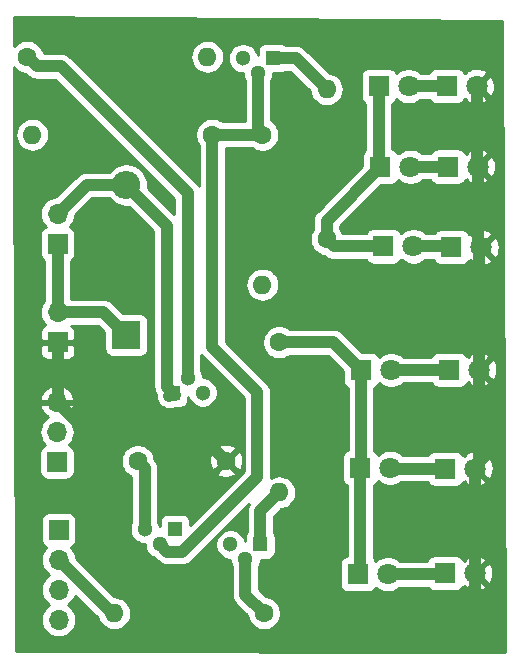
<source format=gbr>
%TF.GenerationSoftware,KiCad,Pcbnew,(5.1.0)-1*%
%TF.CreationDate,2021-11-19T17:00:51+02:00*%
%TF.ProjectId,25-station-led-alarm,32352d73-7461-4746-996f-6e2d6c65642d,rev?*%
%TF.SameCoordinates,Original*%
%TF.FileFunction,Copper,L2,Bot*%
%TF.FilePolarity,Positive*%
%FSLAX46Y46*%
G04 Gerber Fmt 4.6, Leading zero omitted, Abs format (unit mm)*
G04 Created by KiCad (PCBNEW (5.1.0)-1) date 2021-11-19 17:00:51*
%MOMM*%
%LPD*%
G04 APERTURE LIST*
%TA.AperFunction,ComponentPad*%
%ADD10R,1.800000X1.800000*%
%TD*%
%TA.AperFunction,ComponentPad*%
%ADD11C,1.800000*%
%TD*%
%TA.AperFunction,ComponentPad*%
%ADD12R,1.700000X1.700000*%
%TD*%
%TA.AperFunction,ComponentPad*%
%ADD13O,1.700000X1.700000*%
%TD*%
%TA.AperFunction,ComponentPad*%
%ADD14R,1.300000X1.300000*%
%TD*%
%TA.AperFunction,ComponentPad*%
%ADD15C,1.300000*%
%TD*%
%TA.AperFunction,ComponentPad*%
%ADD16R,2.400000X2.400000*%
%TD*%
%TA.AperFunction,ComponentPad*%
%ADD17O,2.400000X2.400000*%
%TD*%
%TA.AperFunction,ComponentPad*%
%ADD18C,1.600000*%
%TD*%
%TA.AperFunction,ComponentPad*%
%ADD19O,1.600000X1.600000*%
%TD*%
%TA.AperFunction,Conductor*%
%ADD20C,1.000000*%
%TD*%
%TA.AperFunction,Conductor*%
%ADD21C,0.254000*%
%TD*%
G04 APERTURE END LIST*
D10*
%TO.P,D1,1*%
%TO.N,Net-(D1-Pad1)*%
X95105220Y-107477560D03*
D11*
%TO.P,D1,2*%
%TO.N,+5V*%
X97645220Y-107477560D03*
%TD*%
D12*
%TO.P,J1,1*%
%TO.N,GND*%
X62252860Y-145059400D03*
D13*
%TO.P,J1,2*%
%TO.N,/P2*%
X62252860Y-147599400D03*
%TO.P,J1,3*%
%TO.N,/P1*%
X62252860Y-150139400D03*
%TO.P,J1,4*%
%TO.N,N/C*%
X62252860Y-152679400D03*
%TD*%
D12*
%TO.P,J2,1*%
%TO.N,GND*%
X62113160Y-139311380D03*
D13*
%TO.P,J2,2*%
%TO.N,N/C*%
X62113160Y-136771380D03*
%TO.P,J2,3*%
%TO.N,+5V*%
X62113160Y-134231380D03*
%TD*%
D12*
%TO.P,J3,1*%
%TO.N,+5V*%
X62166500Y-129164080D03*
D13*
%TO.P,J3,2*%
%TO.N,Net-(D13-Pad1)*%
X62166500Y-126624080D03*
%TD*%
%TO.P,J4,2*%
%TO.N,Net-(D13-Pad2)*%
X62174120Y-118303040D03*
D12*
%TO.P,J4,1*%
%TO.N,Net-(D13-Pad1)*%
X62174120Y-120843040D03*
%TD*%
D14*
%TO.P,Q3,1*%
%TO.N,Net-(D13-Pad2)*%
X71912480Y-133438900D03*
D15*
%TO.P,Q3,3*%
%TO.N,GND*%
X74452480Y-133438900D03*
%TO.P,Q3,2*%
%TO.N,Net-(Q2-Pad2)*%
X73182480Y-132168900D03*
%TD*%
%TO.P,Q4,2*%
%TO.N,Net-(Q1-Pad2)*%
X70815200Y-146248120D03*
%TO.P,Q4,3*%
%TO.N,GND*%
X69545200Y-144978120D03*
D14*
%TO.P,Q4,1*%
%TO.N,Net-(D13-Pad2)*%
X72085200Y-144978120D03*
%TD*%
D10*
%TO.P,D2,1*%
%TO.N,Net-(D10-Pad1)*%
X89354660Y-107482640D03*
D11*
%TO.P,D2,2*%
%TO.N,Net-(D1-Pad1)*%
X91894660Y-107482640D03*
%TD*%
%TO.P,D3,2*%
%TO.N,+5V*%
X97746820Y-114297460D03*
D10*
%TO.P,D3,1*%
%TO.N,Net-(D3-Pad1)*%
X95206820Y-114297460D03*
%TD*%
%TO.P,D4,1*%
%TO.N,Net-(D10-Pad2)*%
X95509080Y-121132600D03*
D11*
%TO.P,D4,2*%
%TO.N,+5V*%
X98049080Y-121132600D03*
%TD*%
%TO.P,D5,2*%
%TO.N,+5V*%
X97848469Y-131500561D03*
D10*
%TO.P,D5,1*%
%TO.N,Net-(D5-Pad1)*%
X95308469Y-131500561D03*
%TD*%
%TO.P,D6,1*%
%TO.N,Net-(D11-Pad2)*%
X94973140Y-148722080D03*
D11*
%TO.P,D6,2*%
%TO.N,+5V*%
X97513140Y-148722080D03*
%TD*%
%TO.P,D7,2*%
%TO.N,+5V*%
X97538540Y-139880340D03*
D10*
%TO.P,D7,1*%
%TO.N,Net-(D12-Pad2)*%
X94998540Y-139880340D03*
%TD*%
%TO.P,D8,1*%
%TO.N,Net-(D11-Pad1)*%
X87861140Y-131521200D03*
D11*
%TO.P,D8,2*%
%TO.N,Net-(D5-Pad1)*%
X90401140Y-131521200D03*
%TD*%
D10*
%TO.P,D9,1*%
%TO.N,Net-(D10-Pad1)*%
X89499440Y-114312700D03*
D11*
%TO.P,D9,2*%
%TO.N,Net-(D3-Pad1)*%
X92039440Y-114312700D03*
%TD*%
%TO.P,D10,2*%
%TO.N,Net-(D10-Pad2)*%
X92295980Y-121053860D03*
D10*
%TO.P,D10,1*%
%TO.N,Net-(D10-Pad1)*%
X89755980Y-121053860D03*
%TD*%
D11*
%TO.P,D11,2*%
%TO.N,Net-(D11-Pad2)*%
X90124280Y-148813520D03*
D10*
%TO.P,D11,1*%
%TO.N,Net-(D11-Pad1)*%
X87584280Y-148813520D03*
%TD*%
%TO.P,D12,1*%
%TO.N,Net-(D11-Pad1)*%
X87782400Y-139801600D03*
D11*
%TO.P,D12,2*%
%TO.N,Net-(D12-Pad2)*%
X90322400Y-139801600D03*
%TD*%
D16*
%TO.P,D13,1*%
%TO.N,Net-(D13-Pad1)*%
X67972940Y-128559560D03*
D17*
%TO.P,D13,2*%
%TO.N,Net-(D13-Pad2)*%
X67972940Y-115859560D03*
%TD*%
D15*
%TO.P,Q1,2*%
%TO.N,Net-(Q1-Pad2)*%
X79136240Y-106392980D03*
%TO.P,Q1,3*%
%TO.N,GND*%
X77866240Y-105122980D03*
D14*
%TO.P,Q1,1*%
%TO.N,Net-(Q1-Pad1)*%
X80406240Y-105122980D03*
%TD*%
%TO.P,Q2,1*%
%TO.N,Net-(Q2-Pad1)*%
X79339440Y-146288760D03*
D15*
%TO.P,Q2,3*%
%TO.N,GND*%
X76799440Y-146288760D03*
%TO.P,Q2,2*%
%TO.N,Net-(Q2-Pad2)*%
X78069440Y-147558760D03*
%TD*%
D18*
%TO.P,R2,1*%
%TO.N,Net-(Q1-Pad2)*%
X75265280Y-111597440D03*
D19*
%TO.P,R2,2*%
%TO.N,GND*%
X60025280Y-111597440D03*
%TD*%
D18*
%TO.P,R3,1*%
%TO.N,Net-(D11-Pad1)*%
X80921860Y-129179320D03*
D19*
%TO.P,R3,2*%
%TO.N,Net-(Q2-Pad1)*%
X80921860Y-141879320D03*
%TD*%
D18*
%TO.P,R4,1*%
%TO.N,Net-(Q1-Pad2)*%
X79504540Y-111589820D03*
D19*
%TO.P,R4,2*%
%TO.N,/P1*%
X79504540Y-124289820D03*
%TD*%
%TO.P,R5,2*%
%TO.N,/P2*%
X66946780Y-152115520D03*
D18*
%TO.P,R5,1*%
%TO.N,Net-(Q2-Pad2)*%
X79646780Y-152115520D03*
%TD*%
D19*
%TO.P,R6,2*%
%TO.N,Net-(Q1-Pad1)*%
X84940140Y-107749340D03*
D18*
%TO.P,R6,1*%
%TO.N,Net-(D10-Pad1)*%
X84940140Y-120449340D03*
%TD*%
D19*
%TO.P,R7,2*%
%TO.N,GND*%
X74838560Y-104993440D03*
D18*
%TO.P,R7,1*%
%TO.N,Net-(Q2-Pad2)*%
X59598560Y-104993440D03*
%TD*%
%TO.P,C3,1*%
%TO.N,GND*%
X68940680Y-139214860D03*
%TO.P,C3,2*%
%TO.N,+5V*%
X76440680Y-139214860D03*
%TD*%
D20*
%TO.N,Net-(D1-Pad1)*%
X95100140Y-107482640D02*
X95105220Y-107477560D01*
X91894660Y-107482640D02*
X95100140Y-107482640D01*
%TO.N,+5V*%
X97645220Y-114195860D02*
X97746820Y-114297460D01*
X97645220Y-107477560D02*
X97645220Y-114195860D01*
X97746820Y-120830340D02*
X98049080Y-121132600D01*
X97746820Y-114297460D02*
X97746820Y-120830340D01*
X97848469Y-139570411D02*
X97538540Y-139880340D01*
X97848469Y-131500561D02*
X97848469Y-139570411D01*
X97848469Y-121333211D02*
X98049080Y-121132600D01*
X97848469Y-131500561D02*
X97848469Y-121333211D01*
X97538540Y-148696680D02*
X97513140Y-148722080D01*
X97538540Y-139880340D02*
X97538540Y-148696680D01*
X62166500Y-134178040D02*
X62113160Y-134231380D01*
X62166500Y-129164080D02*
X62166500Y-134178040D01*
X97513140Y-149994872D02*
X97513140Y-148722080D01*
X92860112Y-154647900D02*
X97513140Y-149994872D01*
X74302620Y-154647900D02*
X92860112Y-154647900D01*
X64871600Y-145216880D02*
X74302620Y-154647900D01*
X62963159Y-135081379D02*
X62113160Y-134231380D01*
X64871600Y-136989820D02*
X62963159Y-135081379D01*
X76440680Y-139214860D02*
X74215640Y-136989820D01*
X64871600Y-139235180D02*
X64871600Y-138948160D01*
X74215640Y-136989820D02*
X66829940Y-136989820D01*
X64871600Y-139235180D02*
X64871600Y-145216880D01*
X65171320Y-136989820D02*
X64871600Y-137289540D01*
X66139060Y-136989820D02*
X65171320Y-136989820D01*
X64871600Y-137289540D02*
X64871600Y-139235180D01*
X64871600Y-136989820D02*
X64871600Y-137289540D01*
X66139060Y-136989820D02*
X64871600Y-136989820D01*
X66829940Y-136989820D02*
X66139060Y-136989820D01*
X65161160Y-137289540D02*
X65845690Y-137974070D01*
X64871600Y-137289540D02*
X65161160Y-137289540D01*
X64871600Y-138948160D02*
X65845690Y-137974070D01*
X65845690Y-137974070D02*
X66829940Y-136989820D01*
%TO.N,Net-(D10-Pad1)*%
X89354660Y-114167920D02*
X89499440Y-114312700D01*
X89354660Y-107482640D02*
X89354660Y-114167920D01*
X85544660Y-121053860D02*
X84940140Y-120449340D01*
X89755980Y-121053860D02*
X85544660Y-121053860D01*
X84940140Y-118872000D02*
X89499440Y-114312700D01*
X84940140Y-120449340D02*
X84940140Y-118872000D01*
%TO.N,Net-(D3-Pad1)*%
X92054680Y-114297460D02*
X92039440Y-114312700D01*
X95206820Y-114297460D02*
X92054680Y-114297460D01*
%TO.N,Net-(D10-Pad2)*%
X95430340Y-121053860D02*
X95509080Y-121132600D01*
X92295980Y-121053860D02*
X95430340Y-121053860D01*
%TO.N,Net-(D5-Pad1)*%
X95287830Y-131521200D02*
X95308469Y-131500561D01*
X90401140Y-131521200D02*
X95287830Y-131521200D01*
%TO.N,Net-(D11-Pad2)*%
X94881700Y-148813520D02*
X94973140Y-148722080D01*
X90124280Y-148813520D02*
X94881700Y-148813520D01*
%TO.N,Net-(D12-Pad2)*%
X90401140Y-139880340D02*
X90322400Y-139801600D01*
X94998540Y-139880340D02*
X90401140Y-139880340D01*
%TO.N,Net-(D11-Pad1)*%
X87861140Y-139722860D02*
X87782400Y-139801600D01*
X87861140Y-131521200D02*
X87861140Y-139722860D01*
X87782400Y-148615400D02*
X87584280Y-148813520D01*
X87782400Y-139801600D02*
X87782400Y-148615400D01*
X85519260Y-129179320D02*
X87861140Y-131521200D01*
X80921860Y-129179320D02*
X85519260Y-129179320D01*
%TO.N,Net-(Q1-Pad2)*%
X79136240Y-111221520D02*
X79504540Y-111589820D01*
X79136240Y-106392980D02*
X79136240Y-111221520D01*
X79496920Y-111597440D02*
X79504540Y-111589820D01*
X75265280Y-111597440D02*
X79496920Y-111597440D01*
X75265280Y-129600960D02*
X75265280Y-111597440D01*
X79075280Y-133410960D02*
X75265280Y-129600960D01*
X79075280Y-140548042D02*
X79075280Y-133410960D01*
X72725203Y-146898119D02*
X79075280Y-140548042D01*
X70815200Y-146248120D02*
X71465199Y-146898119D01*
X71465199Y-146898119D02*
X72725203Y-146898119D01*
%TO.N,GND*%
X69545200Y-139819380D02*
X68940680Y-139214860D01*
X69545200Y-144978120D02*
X69545200Y-139819380D01*
%TO.N,Net-(Q1-Pad1)*%
X82313780Y-105122980D02*
X84940140Y-107749340D01*
X80406240Y-105122980D02*
X82313780Y-105122980D01*
%TO.N,Net-(Q2-Pad1)*%
X79339440Y-143461740D02*
X80921860Y-141879320D01*
X79339440Y-146288760D02*
X79339440Y-143461740D01*
%TO.N,Net-(Q2-Pad2)*%
X78069440Y-150538180D02*
X79646780Y-152115520D01*
X78069440Y-147558760D02*
X78069440Y-150538180D01*
X73182480Y-131249662D02*
X73182480Y-132168900D01*
X73182480Y-116550440D02*
X73182480Y-131249662D01*
X62425479Y-105793439D02*
X73182480Y-116550440D01*
X59598560Y-104993440D02*
X60398559Y-105793439D01*
X60398559Y-105793439D02*
X62425479Y-105793439D01*
%TO.N,/P2*%
X66768980Y-152115520D02*
X62252860Y-147599400D01*
X66946780Y-152115520D02*
X66768980Y-152115520D01*
%TO.N,Net-(D13-Pad1)*%
X62174120Y-126616460D02*
X62166500Y-126624080D01*
X62174120Y-120843040D02*
X62174120Y-126616460D01*
X66037460Y-126624080D02*
X67972940Y-128559560D01*
X62166500Y-126624080D02*
X66037460Y-126624080D01*
%TO.N,Net-(D13-Pad2)*%
X71638160Y-133713220D02*
X71912480Y-133438900D01*
X69172939Y-117059559D02*
X67972940Y-115859560D01*
X71409560Y-119296180D02*
X69172939Y-117059559D01*
X71409560Y-132935980D02*
X71409560Y-119296180D01*
X71912480Y-133438900D02*
X71409560Y-132935980D01*
X64617600Y-115859560D02*
X62174120Y-118303040D01*
X67972940Y-115859560D02*
X64617600Y-115859560D01*
X72085200Y-133611620D02*
X71912480Y-133438900D01*
%TD*%
D21*
%TO.N,+5V*%
G36*
X99834046Y-101991822D02*
G01*
X100022379Y-155354235D01*
X99962475Y-155354680D01*
X99935364Y-155357554D01*
X58665205Y-155340448D01*
X58636151Y-147599400D01*
X60760675Y-147599400D01*
X60789347Y-147890511D01*
X60874261Y-148170434D01*
X61012154Y-148428414D01*
X61197726Y-148654534D01*
X61423846Y-148840106D01*
X61478651Y-148869400D01*
X61423846Y-148898694D01*
X61197726Y-149084266D01*
X61012154Y-149310386D01*
X60874261Y-149568366D01*
X60789347Y-149848289D01*
X60760675Y-150139400D01*
X60789347Y-150430511D01*
X60874261Y-150710434D01*
X61012154Y-150968414D01*
X61197726Y-151194534D01*
X61423846Y-151380106D01*
X61478651Y-151409400D01*
X61423846Y-151438694D01*
X61197726Y-151624266D01*
X61012154Y-151850386D01*
X60874261Y-152108366D01*
X60789347Y-152388289D01*
X60760675Y-152679400D01*
X60789347Y-152970511D01*
X60874261Y-153250434D01*
X61012154Y-153508414D01*
X61197726Y-153734534D01*
X61423846Y-153920106D01*
X61681826Y-154057999D01*
X61961749Y-154142913D01*
X62179910Y-154164400D01*
X62325810Y-154164400D01*
X62543971Y-154142913D01*
X62823894Y-154057999D01*
X63081874Y-153920106D01*
X63307994Y-153734534D01*
X63493566Y-153508414D01*
X63631459Y-153250434D01*
X63716373Y-152970511D01*
X63745045Y-152679400D01*
X63716373Y-152388289D01*
X63631459Y-152108366D01*
X63493566Y-151850386D01*
X63307994Y-151624266D01*
X63081874Y-151438694D01*
X63027069Y-151409400D01*
X63081874Y-151380106D01*
X63307994Y-151194534D01*
X63493566Y-150968414D01*
X63631459Y-150710434D01*
X63661088Y-150612760D01*
X65570595Y-152522267D01*
X65614598Y-152667328D01*
X65747848Y-152916621D01*
X65927172Y-153135128D01*
X66145679Y-153314452D01*
X66394972Y-153447702D01*
X66665471Y-153529756D01*
X66876288Y-153550520D01*
X67017272Y-153550520D01*
X67228089Y-153529756D01*
X67498588Y-153447702D01*
X67747881Y-153314452D01*
X67966388Y-153135128D01*
X68145712Y-152916621D01*
X68278962Y-152667328D01*
X68361016Y-152396829D01*
X68388723Y-152115520D01*
X68361016Y-151834211D01*
X68278962Y-151563712D01*
X68145712Y-151314419D01*
X67966388Y-151095912D01*
X67747881Y-150916588D01*
X67498588Y-150783338D01*
X67228089Y-150701284D01*
X67017272Y-150680520D01*
X66939112Y-150680520D01*
X63732705Y-147474114D01*
X63716373Y-147308289D01*
X63631459Y-147028366D01*
X63493566Y-146770386D01*
X63307994Y-146544266D01*
X63278173Y-146519793D01*
X63347040Y-146498902D01*
X63457354Y-146439937D01*
X63554045Y-146360585D01*
X63633397Y-146263894D01*
X63692362Y-146153580D01*
X63728672Y-146033882D01*
X63740932Y-145909400D01*
X63740932Y-144209400D01*
X63728672Y-144084918D01*
X63692362Y-143965220D01*
X63633397Y-143854906D01*
X63554045Y-143758215D01*
X63457354Y-143678863D01*
X63347040Y-143619898D01*
X63227342Y-143583588D01*
X63102860Y-143571328D01*
X61402860Y-143571328D01*
X61278378Y-143583588D01*
X61158680Y-143619898D01*
X61048366Y-143678863D01*
X60951675Y-143758215D01*
X60872323Y-143854906D01*
X60813358Y-143965220D01*
X60777048Y-144084918D01*
X60764788Y-144209400D01*
X60764788Y-145909400D01*
X60777048Y-146033882D01*
X60813358Y-146153580D01*
X60872323Y-146263894D01*
X60951675Y-146360585D01*
X61048366Y-146439937D01*
X61158680Y-146498902D01*
X61227547Y-146519793D01*
X61197726Y-146544266D01*
X61012154Y-146770386D01*
X60874261Y-147028366D01*
X60789347Y-147308289D01*
X60760675Y-147599400D01*
X58636151Y-147599400D01*
X58595509Y-136771380D01*
X60620975Y-136771380D01*
X60649647Y-137062491D01*
X60734561Y-137342414D01*
X60872454Y-137600394D01*
X61058026Y-137826514D01*
X61087847Y-137850987D01*
X61018980Y-137871878D01*
X60908666Y-137930843D01*
X60811975Y-138010195D01*
X60732623Y-138106886D01*
X60673658Y-138217200D01*
X60637348Y-138336898D01*
X60625088Y-138461380D01*
X60625088Y-140161380D01*
X60637348Y-140285862D01*
X60673658Y-140405560D01*
X60732623Y-140515874D01*
X60811975Y-140612565D01*
X60908666Y-140691917D01*
X61018980Y-140750882D01*
X61138678Y-140787192D01*
X61263160Y-140799452D01*
X62963160Y-140799452D01*
X63087642Y-140787192D01*
X63207340Y-140750882D01*
X63317654Y-140691917D01*
X63414345Y-140612565D01*
X63493697Y-140515874D01*
X63552662Y-140405560D01*
X63588972Y-140285862D01*
X63601232Y-140161380D01*
X63601232Y-138461380D01*
X63588972Y-138336898D01*
X63552662Y-138217200D01*
X63493697Y-138106886D01*
X63414345Y-138010195D01*
X63317654Y-137930843D01*
X63207340Y-137871878D01*
X63138473Y-137850987D01*
X63168294Y-137826514D01*
X63353866Y-137600394D01*
X63491759Y-137342414D01*
X63576673Y-137062491D01*
X63605345Y-136771380D01*
X63576673Y-136480269D01*
X63491759Y-136200346D01*
X63353866Y-135942366D01*
X63168294Y-135716246D01*
X62942174Y-135530674D01*
X62877637Y-135496179D01*
X62994515Y-135426558D01*
X63210748Y-135231649D01*
X63384801Y-134998300D01*
X63509985Y-134735479D01*
X63554636Y-134588270D01*
X63433315Y-134358380D01*
X62240160Y-134358380D01*
X62240160Y-134378380D01*
X61986160Y-134378380D01*
X61986160Y-134358380D01*
X60793005Y-134358380D01*
X60671684Y-134588270D01*
X60716335Y-134735479D01*
X60841519Y-134998300D01*
X61015572Y-135231649D01*
X61231805Y-135426558D01*
X61348683Y-135496179D01*
X61284146Y-135530674D01*
X61058026Y-135716246D01*
X60872454Y-135942366D01*
X60734561Y-136200346D01*
X60649647Y-136480269D01*
X60620975Y-136771380D01*
X58595509Y-136771380D01*
X58584636Y-133874490D01*
X60671684Y-133874490D01*
X60793005Y-134104380D01*
X61986160Y-134104380D01*
X61986160Y-132910566D01*
X62240160Y-132910566D01*
X62240160Y-134104380D01*
X63433315Y-134104380D01*
X63554636Y-133874490D01*
X63509985Y-133727281D01*
X63384801Y-133464460D01*
X63210748Y-133231111D01*
X62994515Y-133036202D01*
X62744412Y-132887223D01*
X62470051Y-132789899D01*
X62240160Y-132910566D01*
X61986160Y-132910566D01*
X61756269Y-132789899D01*
X61481908Y-132887223D01*
X61231805Y-133036202D01*
X61015572Y-133231111D01*
X60841519Y-133464460D01*
X60716335Y-133727281D01*
X60671684Y-133874490D01*
X58584636Y-133874490D01*
X58570147Y-130014080D01*
X60678428Y-130014080D01*
X60690688Y-130138562D01*
X60726998Y-130258260D01*
X60785963Y-130368574D01*
X60865315Y-130465265D01*
X60962006Y-130544617D01*
X61072320Y-130603582D01*
X61192018Y-130639892D01*
X61316500Y-130652152D01*
X61880750Y-130649080D01*
X62039500Y-130490330D01*
X62039500Y-129291080D01*
X62293500Y-129291080D01*
X62293500Y-130490330D01*
X62452250Y-130649080D01*
X63016500Y-130652152D01*
X63140982Y-130639892D01*
X63260680Y-130603582D01*
X63370994Y-130544617D01*
X63467685Y-130465265D01*
X63547037Y-130368574D01*
X63606002Y-130258260D01*
X63642312Y-130138562D01*
X63654572Y-130014080D01*
X63651500Y-129449830D01*
X63492750Y-129291080D01*
X62293500Y-129291080D01*
X62039500Y-129291080D01*
X60840250Y-129291080D01*
X60681500Y-129449830D01*
X60678428Y-130014080D01*
X58570147Y-130014080D01*
X58501021Y-111597440D01*
X58583337Y-111597440D01*
X58611044Y-111878749D01*
X58693098Y-112149248D01*
X58826348Y-112398541D01*
X59005672Y-112617048D01*
X59224179Y-112796372D01*
X59473472Y-112929622D01*
X59743971Y-113011676D01*
X59954788Y-113032440D01*
X60095772Y-113032440D01*
X60306589Y-113011676D01*
X60577088Y-112929622D01*
X60826381Y-112796372D01*
X61044888Y-112617048D01*
X61224212Y-112398541D01*
X61357462Y-112149248D01*
X61439516Y-111878749D01*
X61467223Y-111597440D01*
X61439516Y-111316131D01*
X61357462Y-111045632D01*
X61224212Y-110796339D01*
X61044888Y-110577832D01*
X60826381Y-110398508D01*
X60577088Y-110265258D01*
X60306589Y-110183204D01*
X60095772Y-110162440D01*
X59954788Y-110162440D01*
X59743971Y-110183204D01*
X59473472Y-110265258D01*
X59224179Y-110398508D01*
X59005672Y-110577832D01*
X58826348Y-110796339D01*
X58693098Y-111045632D01*
X58611044Y-111316131D01*
X58583337Y-111597440D01*
X58501021Y-111597440D01*
X58479642Y-105901792D01*
X58483923Y-105908199D01*
X58683801Y-106108077D01*
X58918833Y-106265120D01*
X59179986Y-106373293D01*
X59421278Y-106421290D01*
X59556567Y-106556579D01*
X59592110Y-106599888D01*
X59764936Y-106741723D01*
X59962112Y-106847115D01*
X60176060Y-106912016D01*
X60342807Y-106928439D01*
X60342816Y-106928439D01*
X60398558Y-106933929D01*
X60454300Y-106928439D01*
X61955348Y-106928439D01*
X72047480Y-117020573D01*
X72047480Y-118328968D01*
X70014931Y-116296420D01*
X70014927Y-116296415D01*
X69795412Y-116076900D01*
X69816818Y-115859560D01*
X69781388Y-115499837D01*
X69676461Y-115153938D01*
X69506069Y-114835156D01*
X69276759Y-114555741D01*
X68997344Y-114326431D01*
X68678562Y-114156039D01*
X68332663Y-114051112D01*
X68063079Y-114024560D01*
X67882801Y-114024560D01*
X67613217Y-114051112D01*
X67267318Y-114156039D01*
X66948536Y-114326431D01*
X66669121Y-114555741D01*
X66530575Y-114724560D01*
X64673352Y-114724560D01*
X64617600Y-114719069D01*
X64561848Y-114724560D01*
X64395101Y-114740983D01*
X64181153Y-114805884D01*
X63983977Y-114911276D01*
X63854456Y-115017571D01*
X63854455Y-115017572D01*
X63811151Y-115053111D01*
X63775613Y-115096414D01*
X62048834Y-116823195D01*
X61883009Y-116839527D01*
X61603086Y-116924441D01*
X61345106Y-117062334D01*
X61118986Y-117247906D01*
X60933414Y-117474026D01*
X60795521Y-117732006D01*
X60710607Y-118011929D01*
X60681935Y-118303040D01*
X60710607Y-118594151D01*
X60795521Y-118874074D01*
X60933414Y-119132054D01*
X61118986Y-119358174D01*
X61148807Y-119382647D01*
X61079940Y-119403538D01*
X60969626Y-119462503D01*
X60872935Y-119541855D01*
X60793583Y-119638546D01*
X60734618Y-119748860D01*
X60698308Y-119868558D01*
X60686048Y-119993040D01*
X60686048Y-121693040D01*
X60698308Y-121817522D01*
X60734618Y-121937220D01*
X60793583Y-122047534D01*
X60872935Y-122144225D01*
X60969626Y-122223577D01*
X61039120Y-122260723D01*
X61039121Y-125656977D01*
X60925794Y-125795066D01*
X60787901Y-126053046D01*
X60702987Y-126332969D01*
X60674315Y-126624080D01*
X60702987Y-126915191D01*
X60787901Y-127195114D01*
X60925794Y-127453094D01*
X61111366Y-127679214D01*
X61141187Y-127703687D01*
X61072320Y-127724578D01*
X60962006Y-127783543D01*
X60865315Y-127862895D01*
X60785963Y-127959586D01*
X60726998Y-128069900D01*
X60690688Y-128189598D01*
X60678428Y-128314080D01*
X60681500Y-128878330D01*
X60840250Y-129037080D01*
X62039500Y-129037080D01*
X62039500Y-129017080D01*
X62293500Y-129017080D01*
X62293500Y-129037080D01*
X63492750Y-129037080D01*
X63651500Y-128878330D01*
X63654572Y-128314080D01*
X63642312Y-128189598D01*
X63606002Y-128069900D01*
X63547037Y-127959586D01*
X63467685Y-127862895D01*
X63370994Y-127783543D01*
X63325228Y-127759080D01*
X65567329Y-127759080D01*
X66134868Y-128326619D01*
X66134868Y-129759560D01*
X66147128Y-129884042D01*
X66183438Y-130003740D01*
X66242403Y-130114054D01*
X66321755Y-130210745D01*
X66418446Y-130290097D01*
X66528760Y-130349062D01*
X66648458Y-130385372D01*
X66772940Y-130397632D01*
X69172940Y-130397632D01*
X69297422Y-130385372D01*
X69417120Y-130349062D01*
X69527434Y-130290097D01*
X69624125Y-130210745D01*
X69703477Y-130114054D01*
X69762442Y-130003740D01*
X69798752Y-129884042D01*
X69811012Y-129759560D01*
X69811012Y-127359560D01*
X69798752Y-127235078D01*
X69762442Y-127115380D01*
X69703477Y-127005066D01*
X69624125Y-126908375D01*
X69527434Y-126829023D01*
X69417120Y-126770058D01*
X69297422Y-126733748D01*
X69172940Y-126721488D01*
X67739999Y-126721488D01*
X66879456Y-125860945D01*
X66843909Y-125817631D01*
X66671083Y-125675796D01*
X66473907Y-125570404D01*
X66259959Y-125505503D01*
X66093212Y-125489080D01*
X66093211Y-125489080D01*
X66037460Y-125483589D01*
X65981709Y-125489080D01*
X63309120Y-125489080D01*
X63309120Y-122260723D01*
X63378614Y-122223577D01*
X63475305Y-122144225D01*
X63554657Y-122047534D01*
X63613622Y-121937220D01*
X63649932Y-121817522D01*
X63662192Y-121693040D01*
X63662192Y-119993040D01*
X63649932Y-119868558D01*
X63613622Y-119748860D01*
X63554657Y-119638546D01*
X63475305Y-119541855D01*
X63378614Y-119462503D01*
X63268300Y-119403538D01*
X63199433Y-119382647D01*
X63229254Y-119358174D01*
X63414826Y-119132054D01*
X63552719Y-118874074D01*
X63637633Y-118594151D01*
X63653965Y-118428326D01*
X65087733Y-116994560D01*
X66530575Y-116994560D01*
X66669121Y-117163379D01*
X66948536Y-117392689D01*
X67267318Y-117563081D01*
X67613217Y-117668008D01*
X67882801Y-117694560D01*
X68063079Y-117694560D01*
X68190280Y-117682032D01*
X68409795Y-117901547D01*
X68409800Y-117901551D01*
X70274561Y-119766313D01*
X70274560Y-132880229D01*
X70269069Y-132935980D01*
X70274560Y-132991731D01*
X70290983Y-133158478D01*
X70355884Y-133372426D01*
X70461276Y-133569603D01*
X70506399Y-133624585D01*
X70497669Y-133713220D01*
X70519583Y-133935718D01*
X70584484Y-134149666D01*
X70660455Y-134291798D01*
X70672978Y-134333080D01*
X70731943Y-134443394D01*
X70811295Y-134540085D01*
X70907986Y-134619437D01*
X71018300Y-134678402D01*
X71059582Y-134690925D01*
X71201714Y-134766896D01*
X71415662Y-134831797D01*
X71638160Y-134853711D01*
X71860658Y-134831797D01*
X72074606Y-134766896D01*
X72106122Y-134750050D01*
X72307698Y-134730197D01*
X72318329Y-134726972D01*
X72562480Y-134726972D01*
X72686962Y-134714712D01*
X72806660Y-134678402D01*
X72916974Y-134619437D01*
X73013665Y-134540085D01*
X73093017Y-134443394D01*
X73151982Y-134333080D01*
X73188292Y-134213382D01*
X73200552Y-134088900D01*
X73200552Y-133844749D01*
X73203777Y-133834118D01*
X73209454Y-133776481D01*
X73216861Y-133813721D01*
X73313727Y-134047576D01*
X73454355Y-134258040D01*
X73633340Y-134437025D01*
X73843804Y-134577653D01*
X74077659Y-134674519D01*
X74325919Y-134723900D01*
X74579041Y-134723900D01*
X74827301Y-134674519D01*
X75061156Y-134577653D01*
X75271620Y-134437025D01*
X75450605Y-134258040D01*
X75591233Y-134047576D01*
X75688099Y-133813721D01*
X75737480Y-133565461D01*
X75737480Y-133312339D01*
X75688099Y-133064079D01*
X75591233Y-132830224D01*
X75450605Y-132619760D01*
X75271620Y-132440775D01*
X75061156Y-132300147D01*
X74827301Y-132203281D01*
X74579041Y-132153900D01*
X74467480Y-132153900D01*
X74467480Y-132042339D01*
X74418099Y-131794079D01*
X74321233Y-131560224D01*
X74317480Y-131554607D01*
X74317480Y-130235173D01*
X74458831Y-130407409D01*
X74502145Y-130442956D01*
X77940281Y-133881094D01*
X77940280Y-140077910D01*
X73373272Y-144644919D01*
X73373272Y-144328120D01*
X73361012Y-144203638D01*
X73324702Y-144083940D01*
X73265737Y-143973626D01*
X73186385Y-143876935D01*
X73089694Y-143797583D01*
X72979380Y-143738618D01*
X72859682Y-143702308D01*
X72735200Y-143690048D01*
X71435200Y-143690048D01*
X71310718Y-143702308D01*
X71191020Y-143738618D01*
X71080706Y-143797583D01*
X70984015Y-143876935D01*
X70904663Y-143973626D01*
X70845698Y-144083940D01*
X70809388Y-144203638D01*
X70797128Y-144328120D01*
X70797128Y-144685292D01*
X70780819Y-144603299D01*
X70683953Y-144369444D01*
X70680200Y-144363827D01*
X70680200Y-140207562D01*
X75627583Y-140207562D01*
X75699166Y-140451531D01*
X75954676Y-140572431D01*
X76228864Y-140641160D01*
X76511192Y-140655077D01*
X76790810Y-140613647D01*
X77056972Y-140518463D01*
X77182194Y-140451531D01*
X77253777Y-140207562D01*
X76440680Y-139394465D01*
X75627583Y-140207562D01*
X70680200Y-140207562D01*
X70680200Y-139875121D01*
X70685690Y-139819379D01*
X70680200Y-139763637D01*
X70680200Y-139763628D01*
X70663777Y-139596881D01*
X70598876Y-139382933D01*
X70546729Y-139285372D01*
X75000463Y-139285372D01*
X75041893Y-139564990D01*
X75137077Y-139831152D01*
X75204009Y-139956374D01*
X75447978Y-140027957D01*
X76261075Y-139214860D01*
X76620285Y-139214860D01*
X77433382Y-140027957D01*
X77677351Y-139956374D01*
X77798251Y-139700864D01*
X77866980Y-139426676D01*
X77880897Y-139144348D01*
X77839467Y-138864730D01*
X77744283Y-138598568D01*
X77677351Y-138473346D01*
X77433382Y-138401763D01*
X76620285Y-139214860D01*
X76261075Y-139214860D01*
X75447978Y-138401763D01*
X75204009Y-138473346D01*
X75083109Y-138728856D01*
X75014380Y-139003044D01*
X75000463Y-139285372D01*
X70546729Y-139285372D01*
X70493484Y-139185757D01*
X70367459Y-139032195D01*
X70320533Y-138796286D01*
X70212360Y-138535133D01*
X70055317Y-138300101D01*
X69977374Y-138222158D01*
X75627583Y-138222158D01*
X76440680Y-139035255D01*
X77253777Y-138222158D01*
X77182194Y-137978189D01*
X76926684Y-137857289D01*
X76652496Y-137788560D01*
X76370168Y-137774643D01*
X76090550Y-137816073D01*
X75824388Y-137911257D01*
X75699166Y-137978189D01*
X75627583Y-138222158D01*
X69977374Y-138222158D01*
X69855439Y-138100223D01*
X69620407Y-137943180D01*
X69359254Y-137835007D01*
X69082015Y-137779860D01*
X68799345Y-137779860D01*
X68522106Y-137835007D01*
X68260953Y-137943180D01*
X68025921Y-138100223D01*
X67826043Y-138300101D01*
X67669000Y-138535133D01*
X67560827Y-138796286D01*
X67505680Y-139073525D01*
X67505680Y-139356195D01*
X67560827Y-139633434D01*
X67669000Y-139894587D01*
X67826043Y-140129619D01*
X68025921Y-140329497D01*
X68260953Y-140486540D01*
X68410201Y-140548360D01*
X68410200Y-144363827D01*
X68406447Y-144369444D01*
X68309581Y-144603299D01*
X68260200Y-144851559D01*
X68260200Y-145104681D01*
X68309581Y-145352941D01*
X68406447Y-145586796D01*
X68547075Y-145797260D01*
X68726060Y-145976245D01*
X68936524Y-146116873D01*
X69170379Y-146213739D01*
X69418639Y-146263120D01*
X69530200Y-146263120D01*
X69530200Y-146374681D01*
X69579581Y-146622941D01*
X69676447Y-146856796D01*
X69817075Y-147067260D01*
X69996060Y-147246245D01*
X70206524Y-147386873D01*
X70440379Y-147483739D01*
X70447006Y-147485057D01*
X70623203Y-147661254D01*
X70658750Y-147704568D01*
X70831576Y-147846403D01*
X71028752Y-147951795D01*
X71242700Y-148016696D01*
X71409447Y-148033119D01*
X71409456Y-148033119D01*
X71465198Y-148038609D01*
X71520940Y-148033119D01*
X72669452Y-148033119D01*
X72725203Y-148038610D01*
X72780954Y-148033119D01*
X72780955Y-148033119D01*
X72947702Y-148016696D01*
X73161650Y-147951795D01*
X73358826Y-147846403D01*
X73531652Y-147704568D01*
X73567199Y-147661254D01*
X78380616Y-142847838D01*
X78353308Y-142898928D01*
X78285764Y-143025294D01*
X78220863Y-143239242D01*
X78198949Y-143461740D01*
X78204441Y-143517501D01*
X78204440Y-145228778D01*
X78158903Y-145284266D01*
X78099938Y-145394580D01*
X78063628Y-145514278D01*
X78051368Y-145638760D01*
X78051368Y-145995932D01*
X78035059Y-145913939D01*
X77938193Y-145680084D01*
X77797565Y-145469620D01*
X77618580Y-145290635D01*
X77408116Y-145150007D01*
X77174261Y-145053141D01*
X76926001Y-145003760D01*
X76672879Y-145003760D01*
X76424619Y-145053141D01*
X76190764Y-145150007D01*
X75980300Y-145290635D01*
X75801315Y-145469620D01*
X75660687Y-145680084D01*
X75563821Y-145913939D01*
X75514440Y-146162199D01*
X75514440Y-146415321D01*
X75563821Y-146663581D01*
X75660687Y-146897436D01*
X75801315Y-147107900D01*
X75980300Y-147286885D01*
X76190764Y-147427513D01*
X76424619Y-147524379D01*
X76672879Y-147573760D01*
X76784440Y-147573760D01*
X76784440Y-147685321D01*
X76833821Y-147933581D01*
X76930687Y-148167436D01*
X76934440Y-148173053D01*
X76934441Y-150482419D01*
X76928949Y-150538180D01*
X76950863Y-150760678D01*
X77015764Y-150974626D01*
X77027693Y-150996943D01*
X77121157Y-151171803D01*
X77262992Y-151344629D01*
X77306300Y-151380171D01*
X78218931Y-152292803D01*
X78266927Y-152534094D01*
X78375100Y-152795247D01*
X78532143Y-153030279D01*
X78732021Y-153230157D01*
X78967053Y-153387200D01*
X79228206Y-153495373D01*
X79505445Y-153550520D01*
X79788115Y-153550520D01*
X80065354Y-153495373D01*
X80326507Y-153387200D01*
X80561539Y-153230157D01*
X80761417Y-153030279D01*
X80918460Y-152795247D01*
X81026633Y-152534094D01*
X81081780Y-152256855D01*
X81081780Y-151974185D01*
X81026633Y-151696946D01*
X80918460Y-151435793D01*
X80761417Y-151200761D01*
X80561539Y-151000883D01*
X80326507Y-150843840D01*
X80065354Y-150735667D01*
X79824063Y-150687671D01*
X79204440Y-150068049D01*
X79204440Y-148173053D01*
X79208193Y-148167436D01*
X79305059Y-147933581D01*
X79354440Y-147685321D01*
X79354440Y-147576832D01*
X79989440Y-147576832D01*
X80113922Y-147564572D01*
X80233620Y-147528262D01*
X80343934Y-147469297D01*
X80440625Y-147389945D01*
X80519977Y-147293254D01*
X80578942Y-147182940D01*
X80615252Y-147063242D01*
X80627512Y-146938760D01*
X80627512Y-145638760D01*
X80615252Y-145514278D01*
X80578942Y-145394580D01*
X80519977Y-145284266D01*
X80474440Y-145228779D01*
X80474440Y-143931871D01*
X81102878Y-143303434D01*
X81203169Y-143293556D01*
X81473668Y-143211502D01*
X81722961Y-143078252D01*
X81941468Y-142898928D01*
X82120792Y-142680421D01*
X82254042Y-142431128D01*
X82336096Y-142160629D01*
X82363803Y-141879320D01*
X82336096Y-141598011D01*
X82254042Y-141327512D01*
X82120792Y-141078219D01*
X81941468Y-140859712D01*
X81722961Y-140680388D01*
X81473668Y-140547138D01*
X81203169Y-140465084D01*
X80992352Y-140444320D01*
X80851368Y-140444320D01*
X80640551Y-140465084D01*
X80370052Y-140547138D01*
X80207292Y-140634135D01*
X80210280Y-140603794D01*
X80210280Y-140603793D01*
X80215771Y-140548043D01*
X80210280Y-140492291D01*
X80210280Y-133466712D01*
X80215771Y-133410960D01*
X80193857Y-133188461D01*
X80128956Y-132974513D01*
X80023564Y-132777337D01*
X79917269Y-132647816D01*
X79917267Y-132647814D01*
X79881729Y-132604511D01*
X79838426Y-132568973D01*
X76400280Y-129130829D01*
X76400280Y-129037985D01*
X79486860Y-129037985D01*
X79486860Y-129320655D01*
X79542007Y-129597894D01*
X79650180Y-129859047D01*
X79807223Y-130094079D01*
X80007101Y-130293957D01*
X80242133Y-130451000D01*
X80503286Y-130559173D01*
X80780525Y-130614320D01*
X81063195Y-130614320D01*
X81340434Y-130559173D01*
X81601587Y-130451000D01*
X81806144Y-130314320D01*
X85049129Y-130314320D01*
X86323068Y-131588260D01*
X86323068Y-132421200D01*
X86335328Y-132545682D01*
X86371638Y-132665380D01*
X86430603Y-132775694D01*
X86509955Y-132872385D01*
X86606646Y-132951737D01*
X86716960Y-133010702D01*
X86726140Y-133013487D01*
X86726141Y-138285428D01*
X86638220Y-138312098D01*
X86527906Y-138371063D01*
X86431215Y-138450415D01*
X86351863Y-138547106D01*
X86292898Y-138657420D01*
X86256588Y-138777118D01*
X86244328Y-138901600D01*
X86244328Y-140701600D01*
X86256588Y-140826082D01*
X86292898Y-140945780D01*
X86351863Y-141056094D01*
X86431215Y-141152785D01*
X86527906Y-141232137D01*
X86638220Y-141291102D01*
X86647400Y-141293887D01*
X86647401Y-147279080D01*
X86559798Y-147287708D01*
X86440100Y-147324018D01*
X86329786Y-147382983D01*
X86233095Y-147462335D01*
X86153743Y-147559026D01*
X86094778Y-147669340D01*
X86058468Y-147789038D01*
X86046208Y-147913520D01*
X86046208Y-149713520D01*
X86058468Y-149838002D01*
X86094778Y-149957700D01*
X86153743Y-150068014D01*
X86233095Y-150164705D01*
X86329786Y-150244057D01*
X86440100Y-150303022D01*
X86559798Y-150339332D01*
X86684280Y-150351592D01*
X88484280Y-150351592D01*
X88608762Y-150339332D01*
X88728460Y-150303022D01*
X88838774Y-150244057D01*
X88935465Y-150164705D01*
X89014817Y-150068014D01*
X89073782Y-149957700D01*
X89079336Y-149939393D01*
X89145775Y-150005832D01*
X89397185Y-150173819D01*
X89676537Y-150289531D01*
X89973096Y-150348520D01*
X90275464Y-150348520D01*
X90572023Y-150289531D01*
X90851375Y-150173819D01*
X91102785Y-150005832D01*
X91160097Y-149948520D01*
X93527608Y-149948520D01*
X93542603Y-149976574D01*
X93621955Y-150073265D01*
X93718646Y-150152617D01*
X93828960Y-150211582D01*
X93948658Y-150247892D01*
X94073140Y-150260152D01*
X95873140Y-150260152D01*
X95997622Y-150247892D01*
X96117320Y-150211582D01*
X96227634Y-150152617D01*
X96324325Y-150073265D01*
X96403677Y-149976574D01*
X96462642Y-149866260D01*
X96465953Y-149855345D01*
X96512718Y-149902110D01*
X96628666Y-149786162D01*
X96712348Y-150040341D01*
X96984915Y-150171238D01*
X97277782Y-150246445D01*
X97579693Y-150263071D01*
X97879047Y-150220477D01*
X98164339Y-150120302D01*
X98313932Y-150040341D01*
X98397615Y-149786160D01*
X97513140Y-148901685D01*
X97498998Y-148915828D01*
X97319393Y-148736223D01*
X97333535Y-148722080D01*
X97692745Y-148722080D01*
X98577220Y-149606555D01*
X98831401Y-149522872D01*
X98962298Y-149250305D01*
X99037505Y-148957438D01*
X99054131Y-148655527D01*
X99011537Y-148356173D01*
X98911362Y-148070881D01*
X98831401Y-147921288D01*
X98577220Y-147837605D01*
X97692745Y-148722080D01*
X97333535Y-148722080D01*
X97319393Y-148707938D01*
X97498998Y-148528333D01*
X97513140Y-148542475D01*
X98397615Y-147658000D01*
X98313932Y-147403819D01*
X98041365Y-147272922D01*
X97748498Y-147197715D01*
X97446587Y-147181089D01*
X97147233Y-147223683D01*
X96861941Y-147323858D01*
X96712348Y-147403819D01*
X96628666Y-147657998D01*
X96512718Y-147542050D01*
X96465953Y-147588815D01*
X96462642Y-147577900D01*
X96403677Y-147467586D01*
X96324325Y-147370895D01*
X96227634Y-147291543D01*
X96117320Y-147232578D01*
X95997622Y-147196268D01*
X95873140Y-147184008D01*
X94073140Y-147184008D01*
X93948658Y-147196268D01*
X93828960Y-147232578D01*
X93718646Y-147291543D01*
X93621955Y-147370895D01*
X93542603Y-147467586D01*
X93483638Y-147577900D01*
X93453115Y-147678520D01*
X91160097Y-147678520D01*
X91102785Y-147621208D01*
X90851375Y-147453221D01*
X90572023Y-147337509D01*
X90275464Y-147278520D01*
X89973096Y-147278520D01*
X89676537Y-147337509D01*
X89397185Y-147453221D01*
X89145775Y-147621208D01*
X89079336Y-147687647D01*
X89073782Y-147669340D01*
X89014817Y-147559026D01*
X88935465Y-147462335D01*
X88917400Y-147447509D01*
X88917400Y-141293887D01*
X88926580Y-141291102D01*
X89036894Y-141232137D01*
X89133585Y-141152785D01*
X89212937Y-141056094D01*
X89271902Y-140945780D01*
X89277456Y-140927473D01*
X89343895Y-140993912D01*
X89595305Y-141161899D01*
X89874657Y-141277611D01*
X90171216Y-141336600D01*
X90473584Y-141336600D01*
X90770143Y-141277611D01*
X91049495Y-141161899D01*
X91268836Y-141015340D01*
X93506253Y-141015340D01*
X93509038Y-141024520D01*
X93568003Y-141134834D01*
X93647355Y-141231525D01*
X93744046Y-141310877D01*
X93854360Y-141369842D01*
X93974058Y-141406152D01*
X94098540Y-141418412D01*
X95898540Y-141418412D01*
X96023022Y-141406152D01*
X96142720Y-141369842D01*
X96253034Y-141310877D01*
X96349725Y-141231525D01*
X96429077Y-141134834D01*
X96488042Y-141024520D01*
X96491353Y-141013605D01*
X96538118Y-141060370D01*
X96654066Y-140944422D01*
X96737748Y-141198601D01*
X97010315Y-141329498D01*
X97303182Y-141404705D01*
X97605093Y-141421331D01*
X97904447Y-141378737D01*
X98189739Y-141278562D01*
X98339332Y-141198601D01*
X98423015Y-140944420D01*
X97538540Y-140059945D01*
X97524398Y-140074088D01*
X97344793Y-139894483D01*
X97358935Y-139880340D01*
X97718145Y-139880340D01*
X98602620Y-140764815D01*
X98856801Y-140681132D01*
X98987698Y-140408565D01*
X99062905Y-140115698D01*
X99079531Y-139813787D01*
X99036937Y-139514433D01*
X98936762Y-139229141D01*
X98856801Y-139079548D01*
X98602620Y-138995865D01*
X97718145Y-139880340D01*
X97358935Y-139880340D01*
X97344793Y-139866198D01*
X97524398Y-139686593D01*
X97538540Y-139700735D01*
X98423015Y-138816260D01*
X98339332Y-138562079D01*
X98066765Y-138431182D01*
X97773898Y-138355975D01*
X97471987Y-138339349D01*
X97172633Y-138381943D01*
X96887341Y-138482118D01*
X96737748Y-138562079D01*
X96654066Y-138816258D01*
X96538118Y-138700310D01*
X96491353Y-138747075D01*
X96488042Y-138736160D01*
X96429077Y-138625846D01*
X96349725Y-138529155D01*
X96253034Y-138449803D01*
X96142720Y-138390838D01*
X96023022Y-138354528D01*
X95898540Y-138342268D01*
X94098540Y-138342268D01*
X93974058Y-138354528D01*
X93854360Y-138390838D01*
X93744046Y-138449803D01*
X93647355Y-138529155D01*
X93568003Y-138625846D01*
X93509038Y-138736160D01*
X93506253Y-138745340D01*
X91436957Y-138745340D01*
X91300905Y-138609288D01*
X91049495Y-138441301D01*
X90770143Y-138325589D01*
X90473584Y-138266600D01*
X90171216Y-138266600D01*
X89874657Y-138325589D01*
X89595305Y-138441301D01*
X89343895Y-138609288D01*
X89277456Y-138675727D01*
X89271902Y-138657420D01*
X89212937Y-138547106D01*
X89133585Y-138450415D01*
X89036894Y-138371063D01*
X88996140Y-138349279D01*
X88996140Y-133013487D01*
X89005320Y-133010702D01*
X89115634Y-132951737D01*
X89212325Y-132872385D01*
X89291677Y-132775694D01*
X89350642Y-132665380D01*
X89356196Y-132647073D01*
X89422635Y-132713512D01*
X89674045Y-132881499D01*
X89953397Y-132997211D01*
X90249956Y-133056200D01*
X90552324Y-133056200D01*
X90848883Y-132997211D01*
X91128235Y-132881499D01*
X91379645Y-132713512D01*
X91436957Y-132656200D01*
X93825092Y-132656200D01*
X93877932Y-132755055D01*
X93957284Y-132851746D01*
X94053975Y-132931098D01*
X94164289Y-132990063D01*
X94283987Y-133026373D01*
X94408469Y-133038633D01*
X96208469Y-133038633D01*
X96332951Y-133026373D01*
X96452649Y-132990063D01*
X96562963Y-132931098D01*
X96659654Y-132851746D01*
X96739006Y-132755055D01*
X96797971Y-132644741D01*
X96801282Y-132633826D01*
X96848047Y-132680591D01*
X96963995Y-132564643D01*
X97047677Y-132818822D01*
X97320244Y-132949719D01*
X97613111Y-133024926D01*
X97915022Y-133041552D01*
X98214376Y-132998958D01*
X98499668Y-132898783D01*
X98649261Y-132818822D01*
X98732944Y-132564641D01*
X97848469Y-131680166D01*
X97834327Y-131694309D01*
X97654722Y-131514704D01*
X97668864Y-131500561D01*
X98028074Y-131500561D01*
X98912549Y-132385036D01*
X99166730Y-132301353D01*
X99297627Y-132028786D01*
X99372834Y-131735919D01*
X99389460Y-131434008D01*
X99346866Y-131134654D01*
X99246691Y-130849362D01*
X99166730Y-130699769D01*
X98912549Y-130616086D01*
X98028074Y-131500561D01*
X97668864Y-131500561D01*
X97654722Y-131486419D01*
X97834327Y-131306814D01*
X97848469Y-131320956D01*
X98732944Y-130436481D01*
X98649261Y-130182300D01*
X98376694Y-130051403D01*
X98083827Y-129976196D01*
X97781916Y-129959570D01*
X97482562Y-130002164D01*
X97197270Y-130102339D01*
X97047677Y-130182300D01*
X96963995Y-130436479D01*
X96848047Y-130320531D01*
X96801282Y-130367296D01*
X96797971Y-130356381D01*
X96739006Y-130246067D01*
X96659654Y-130149376D01*
X96562963Y-130070024D01*
X96452649Y-130011059D01*
X96332951Y-129974749D01*
X96208469Y-129962489D01*
X94408469Y-129962489D01*
X94283987Y-129974749D01*
X94164289Y-130011059D01*
X94053975Y-130070024D01*
X93957284Y-130149376D01*
X93877932Y-130246067D01*
X93818967Y-130356381D01*
X93809922Y-130386200D01*
X91436957Y-130386200D01*
X91379645Y-130328888D01*
X91128235Y-130160901D01*
X90848883Y-130045189D01*
X90552324Y-129986200D01*
X90249956Y-129986200D01*
X89953397Y-130045189D01*
X89674045Y-130160901D01*
X89422635Y-130328888D01*
X89356196Y-130395327D01*
X89350642Y-130377020D01*
X89291677Y-130266706D01*
X89212325Y-130170015D01*
X89115634Y-130090663D01*
X89005320Y-130031698D01*
X88885622Y-129995388D01*
X88761140Y-129983128D01*
X87928200Y-129983128D01*
X86361256Y-128416185D01*
X86325709Y-128372871D01*
X86152883Y-128231036D01*
X85955707Y-128125644D01*
X85741759Y-128060743D01*
X85575012Y-128044320D01*
X85575011Y-128044320D01*
X85519260Y-128038829D01*
X85463509Y-128044320D01*
X81806144Y-128044320D01*
X81601587Y-127907640D01*
X81340434Y-127799467D01*
X81063195Y-127744320D01*
X80780525Y-127744320D01*
X80503286Y-127799467D01*
X80242133Y-127907640D01*
X80007101Y-128064683D01*
X79807223Y-128264561D01*
X79650180Y-128499593D01*
X79542007Y-128760746D01*
X79486860Y-129037985D01*
X76400280Y-129037985D01*
X76400280Y-124289820D01*
X78062597Y-124289820D01*
X78090304Y-124571129D01*
X78172358Y-124841628D01*
X78305608Y-125090921D01*
X78484932Y-125309428D01*
X78703439Y-125488752D01*
X78952732Y-125622002D01*
X79223231Y-125704056D01*
X79434048Y-125724820D01*
X79575032Y-125724820D01*
X79785849Y-125704056D01*
X80056348Y-125622002D01*
X80305641Y-125488752D01*
X80524148Y-125309428D01*
X80703472Y-125090921D01*
X80836722Y-124841628D01*
X80918776Y-124571129D01*
X80946483Y-124289820D01*
X80918776Y-124008511D01*
X80836722Y-123738012D01*
X80703472Y-123488719D01*
X80524148Y-123270212D01*
X80305641Y-123090888D01*
X80056348Y-122957638D01*
X79785849Y-122875584D01*
X79575032Y-122854820D01*
X79434048Y-122854820D01*
X79223231Y-122875584D01*
X78952732Y-122957638D01*
X78703439Y-123090888D01*
X78484932Y-123270212D01*
X78305608Y-123488719D01*
X78172358Y-123738012D01*
X78090304Y-124008511D01*
X78062597Y-124289820D01*
X76400280Y-124289820D01*
X76400280Y-120308005D01*
X83505140Y-120308005D01*
X83505140Y-120590675D01*
X83560287Y-120867914D01*
X83668460Y-121129067D01*
X83825503Y-121364099D01*
X84025381Y-121563977D01*
X84260413Y-121721020D01*
X84521566Y-121829193D01*
X84757475Y-121876119D01*
X84911037Y-122002144D01*
X85108213Y-122107536D01*
X85322161Y-122172437D01*
X85488908Y-122188860D01*
X85488917Y-122188860D01*
X85544659Y-122194350D01*
X85600401Y-122188860D01*
X88263693Y-122188860D01*
X88266478Y-122198040D01*
X88325443Y-122308354D01*
X88404795Y-122405045D01*
X88501486Y-122484397D01*
X88611800Y-122543362D01*
X88731498Y-122579672D01*
X88855980Y-122591932D01*
X90655980Y-122591932D01*
X90780462Y-122579672D01*
X90900160Y-122543362D01*
X91010474Y-122484397D01*
X91107165Y-122405045D01*
X91186517Y-122308354D01*
X91245482Y-122198040D01*
X91251036Y-122179733D01*
X91317475Y-122246172D01*
X91568885Y-122414159D01*
X91848237Y-122529871D01*
X92144796Y-122588860D01*
X92447164Y-122588860D01*
X92743723Y-122529871D01*
X93023075Y-122414159D01*
X93274485Y-122246172D01*
X93331797Y-122188860D01*
X93992908Y-122188860D01*
X94019578Y-122276780D01*
X94078543Y-122387094D01*
X94157895Y-122483785D01*
X94254586Y-122563137D01*
X94364900Y-122622102D01*
X94484598Y-122658412D01*
X94609080Y-122670672D01*
X96409080Y-122670672D01*
X96533562Y-122658412D01*
X96653260Y-122622102D01*
X96763574Y-122563137D01*
X96860265Y-122483785D01*
X96939617Y-122387094D01*
X96998582Y-122276780D01*
X97001893Y-122265865D01*
X97048658Y-122312630D01*
X97164606Y-122196682D01*
X97248288Y-122450861D01*
X97520855Y-122581758D01*
X97813722Y-122656965D01*
X98115633Y-122673591D01*
X98414987Y-122630997D01*
X98700279Y-122530822D01*
X98849872Y-122450861D01*
X98933555Y-122196680D01*
X98049080Y-121312205D01*
X98034938Y-121326348D01*
X97855333Y-121146743D01*
X97869475Y-121132600D01*
X98228685Y-121132600D01*
X99113160Y-122017075D01*
X99367341Y-121933392D01*
X99498238Y-121660825D01*
X99573445Y-121367958D01*
X99590071Y-121066047D01*
X99547477Y-120766693D01*
X99447302Y-120481401D01*
X99367341Y-120331808D01*
X99113160Y-120248125D01*
X98228685Y-121132600D01*
X97869475Y-121132600D01*
X97855333Y-121118458D01*
X98034938Y-120938853D01*
X98049080Y-120952995D01*
X98933555Y-120068520D01*
X98849872Y-119814339D01*
X98577305Y-119683442D01*
X98284438Y-119608235D01*
X97982527Y-119591609D01*
X97683173Y-119634203D01*
X97397881Y-119734378D01*
X97248288Y-119814339D01*
X97164606Y-120068518D01*
X97048658Y-119952570D01*
X97001893Y-119999335D01*
X96998582Y-119988420D01*
X96939617Y-119878106D01*
X96860265Y-119781415D01*
X96763574Y-119702063D01*
X96653260Y-119643098D01*
X96533562Y-119606788D01*
X96409080Y-119594528D01*
X94609080Y-119594528D01*
X94484598Y-119606788D01*
X94364900Y-119643098D01*
X94254586Y-119702063D01*
X94157895Y-119781415D01*
X94078543Y-119878106D01*
X94056759Y-119918860D01*
X93331797Y-119918860D01*
X93274485Y-119861548D01*
X93023075Y-119693561D01*
X92743723Y-119577849D01*
X92447164Y-119518860D01*
X92144796Y-119518860D01*
X91848237Y-119577849D01*
X91568885Y-119693561D01*
X91317475Y-119861548D01*
X91251036Y-119927987D01*
X91245482Y-119909680D01*
X91186517Y-119799366D01*
X91107165Y-119702675D01*
X91010474Y-119623323D01*
X90900160Y-119564358D01*
X90780462Y-119528048D01*
X90655980Y-119515788D01*
X88855980Y-119515788D01*
X88731498Y-119528048D01*
X88611800Y-119564358D01*
X88501486Y-119623323D01*
X88404795Y-119702675D01*
X88325443Y-119799366D01*
X88266478Y-119909680D01*
X88263693Y-119918860D01*
X86273640Y-119918860D01*
X86211820Y-119769613D01*
X86075140Y-119565056D01*
X86075140Y-119342131D01*
X89566500Y-115850772D01*
X90399440Y-115850772D01*
X90523922Y-115838512D01*
X90643620Y-115802202D01*
X90753934Y-115743237D01*
X90850625Y-115663885D01*
X90929977Y-115567194D01*
X90988942Y-115456880D01*
X90994496Y-115438573D01*
X91060935Y-115505012D01*
X91312345Y-115672999D01*
X91591697Y-115788711D01*
X91888256Y-115847700D01*
X92190624Y-115847700D01*
X92487183Y-115788711D01*
X92766535Y-115672999D01*
X93017945Y-115505012D01*
X93090497Y-115432460D01*
X93714533Y-115432460D01*
X93717318Y-115441640D01*
X93776283Y-115551954D01*
X93855635Y-115648645D01*
X93952326Y-115727997D01*
X94062640Y-115786962D01*
X94182338Y-115823272D01*
X94306820Y-115835532D01*
X96106820Y-115835532D01*
X96231302Y-115823272D01*
X96351000Y-115786962D01*
X96461314Y-115727997D01*
X96558005Y-115648645D01*
X96637357Y-115551954D01*
X96696322Y-115441640D01*
X96699633Y-115430725D01*
X96746398Y-115477490D01*
X96862346Y-115361542D01*
X96946028Y-115615721D01*
X97218595Y-115746618D01*
X97511462Y-115821825D01*
X97813373Y-115838451D01*
X98112727Y-115795857D01*
X98398019Y-115695682D01*
X98547612Y-115615721D01*
X98631295Y-115361540D01*
X97746820Y-114477065D01*
X97732678Y-114491208D01*
X97553073Y-114311603D01*
X97567215Y-114297460D01*
X97926425Y-114297460D01*
X98810900Y-115181935D01*
X99065081Y-115098252D01*
X99195978Y-114825685D01*
X99271185Y-114532818D01*
X99287811Y-114230907D01*
X99245217Y-113931553D01*
X99145042Y-113646261D01*
X99065081Y-113496668D01*
X98810900Y-113412985D01*
X97926425Y-114297460D01*
X97567215Y-114297460D01*
X97553073Y-114283318D01*
X97732678Y-114103713D01*
X97746820Y-114117855D01*
X98631295Y-113233380D01*
X98547612Y-112979199D01*
X98275045Y-112848302D01*
X97982178Y-112773095D01*
X97680267Y-112756469D01*
X97380913Y-112799063D01*
X97095621Y-112899238D01*
X96946028Y-112979199D01*
X96862346Y-113233378D01*
X96746398Y-113117430D01*
X96699633Y-113164195D01*
X96696322Y-113153280D01*
X96637357Y-113042966D01*
X96558005Y-112946275D01*
X96461314Y-112866923D01*
X96351000Y-112807958D01*
X96231302Y-112771648D01*
X96106820Y-112759388D01*
X94306820Y-112759388D01*
X94182338Y-112771648D01*
X94062640Y-112807958D01*
X93952326Y-112866923D01*
X93855635Y-112946275D01*
X93776283Y-113042966D01*
X93717318Y-113153280D01*
X93714533Y-113162460D01*
X93060017Y-113162460D01*
X93017945Y-113120388D01*
X92766535Y-112952401D01*
X92487183Y-112836689D01*
X92190624Y-112777700D01*
X91888256Y-112777700D01*
X91591697Y-112836689D01*
X91312345Y-112952401D01*
X91060935Y-113120388D01*
X90994496Y-113186827D01*
X90988942Y-113168520D01*
X90929977Y-113058206D01*
X90850625Y-112961515D01*
X90753934Y-112882163D01*
X90643620Y-112823198D01*
X90523922Y-112786888D01*
X90489660Y-112783514D01*
X90489660Y-108974927D01*
X90498840Y-108972142D01*
X90609154Y-108913177D01*
X90705845Y-108833825D01*
X90785197Y-108737134D01*
X90844162Y-108626820D01*
X90849716Y-108608513D01*
X90916155Y-108674952D01*
X91167565Y-108842939D01*
X91446917Y-108958651D01*
X91743476Y-109017640D01*
X92045844Y-109017640D01*
X92342403Y-108958651D01*
X92621755Y-108842939D01*
X92873165Y-108674952D01*
X92930477Y-108617640D01*
X93614474Y-108617640D01*
X93615718Y-108621740D01*
X93674683Y-108732054D01*
X93754035Y-108828745D01*
X93850726Y-108908097D01*
X93961040Y-108967062D01*
X94080738Y-109003372D01*
X94205220Y-109015632D01*
X96005220Y-109015632D01*
X96129702Y-109003372D01*
X96249400Y-108967062D01*
X96359714Y-108908097D01*
X96456405Y-108828745D01*
X96535757Y-108732054D01*
X96594722Y-108621740D01*
X96598033Y-108610825D01*
X96644798Y-108657590D01*
X96760746Y-108541642D01*
X96844428Y-108795821D01*
X97116995Y-108926718D01*
X97409862Y-109001925D01*
X97711773Y-109018551D01*
X98011127Y-108975957D01*
X98296419Y-108875782D01*
X98446012Y-108795821D01*
X98529695Y-108541640D01*
X97645220Y-107657165D01*
X97631078Y-107671308D01*
X97451473Y-107491703D01*
X97465615Y-107477560D01*
X97824825Y-107477560D01*
X98709300Y-108362035D01*
X98963481Y-108278352D01*
X99094378Y-108005785D01*
X99169585Y-107712918D01*
X99186211Y-107411007D01*
X99143617Y-107111653D01*
X99043442Y-106826361D01*
X98963481Y-106676768D01*
X98709300Y-106593085D01*
X97824825Y-107477560D01*
X97465615Y-107477560D01*
X97451473Y-107463418D01*
X97631078Y-107283813D01*
X97645220Y-107297955D01*
X98529695Y-106413480D01*
X98446012Y-106159299D01*
X98173445Y-106028402D01*
X97880578Y-105953195D01*
X97578667Y-105936569D01*
X97279313Y-105979163D01*
X96994021Y-106079338D01*
X96844428Y-106159299D01*
X96760746Y-106413478D01*
X96644798Y-106297530D01*
X96598033Y-106344295D01*
X96594722Y-106333380D01*
X96535757Y-106223066D01*
X96456405Y-106126375D01*
X96359714Y-106047023D01*
X96249400Y-105988058D01*
X96129702Y-105951748D01*
X96005220Y-105939488D01*
X94205220Y-105939488D01*
X94080738Y-105951748D01*
X93961040Y-105988058D01*
X93850726Y-106047023D01*
X93754035Y-106126375D01*
X93674683Y-106223066D01*
X93615718Y-106333380D01*
X93611392Y-106347640D01*
X92930477Y-106347640D01*
X92873165Y-106290328D01*
X92621755Y-106122341D01*
X92342403Y-106006629D01*
X92045844Y-105947640D01*
X91743476Y-105947640D01*
X91446917Y-106006629D01*
X91167565Y-106122341D01*
X90916155Y-106290328D01*
X90849716Y-106356767D01*
X90844162Y-106338460D01*
X90785197Y-106228146D01*
X90705845Y-106131455D01*
X90609154Y-106052103D01*
X90498840Y-105993138D01*
X90379142Y-105956828D01*
X90254660Y-105944568D01*
X88454660Y-105944568D01*
X88330178Y-105956828D01*
X88210480Y-105993138D01*
X88100166Y-106052103D01*
X88003475Y-106131455D01*
X87924123Y-106228146D01*
X87865158Y-106338460D01*
X87828848Y-106458158D01*
X87816588Y-106582640D01*
X87816588Y-108382640D01*
X87828848Y-108507122D01*
X87865158Y-108626820D01*
X87924123Y-108737134D01*
X88003475Y-108833825D01*
X88100166Y-108913177D01*
X88210480Y-108972142D01*
X88219660Y-108974927D01*
X88219661Y-112902914D01*
X88148255Y-112961515D01*
X88068903Y-113058206D01*
X88009938Y-113168520D01*
X87973628Y-113288218D01*
X87961368Y-113412700D01*
X87961368Y-114245640D01*
X84177000Y-118030009D01*
X84133692Y-118065551D01*
X83991857Y-118238377D01*
X83957294Y-118303040D01*
X83886464Y-118435554D01*
X83821563Y-118649502D01*
X83799649Y-118872000D01*
X83805140Y-118927751D01*
X83805140Y-119565056D01*
X83668460Y-119769613D01*
X83560287Y-120030766D01*
X83505140Y-120308005D01*
X76400280Y-120308005D01*
X76400280Y-112732440D01*
X78631661Y-112732440D01*
X78824813Y-112861500D01*
X79085966Y-112969673D01*
X79363205Y-113024820D01*
X79645875Y-113024820D01*
X79923114Y-112969673D01*
X80184267Y-112861500D01*
X80419299Y-112704457D01*
X80619177Y-112504579D01*
X80776220Y-112269547D01*
X80884393Y-112008394D01*
X80939540Y-111731155D01*
X80939540Y-111448485D01*
X80884393Y-111171246D01*
X80776220Y-110910093D01*
X80619177Y-110675061D01*
X80419299Y-110475183D01*
X80271240Y-110376253D01*
X80271240Y-107007273D01*
X80274993Y-107001656D01*
X80371859Y-106767801D01*
X80421240Y-106519541D01*
X80421240Y-106411052D01*
X81056240Y-106411052D01*
X81180722Y-106398792D01*
X81300420Y-106362482D01*
X81410734Y-106303517D01*
X81466221Y-106257980D01*
X81843649Y-106257980D01*
X83516026Y-107930358D01*
X83525904Y-108030649D01*
X83607958Y-108301148D01*
X83741208Y-108550441D01*
X83920532Y-108768948D01*
X84139039Y-108948272D01*
X84388332Y-109081522D01*
X84658831Y-109163576D01*
X84869648Y-109184340D01*
X85010632Y-109184340D01*
X85221449Y-109163576D01*
X85491948Y-109081522D01*
X85741241Y-108948272D01*
X85959748Y-108768948D01*
X86139072Y-108550441D01*
X86272322Y-108301148D01*
X86354376Y-108030649D01*
X86382083Y-107749340D01*
X86354376Y-107468031D01*
X86272322Y-107197532D01*
X86139072Y-106948239D01*
X85959748Y-106729732D01*
X85741241Y-106550408D01*
X85491948Y-106417158D01*
X85221449Y-106335104D01*
X85121158Y-106325226D01*
X83155776Y-104359845D01*
X83120229Y-104316531D01*
X82947403Y-104174696D01*
X82750227Y-104069304D01*
X82536279Y-104004403D01*
X82369532Y-103987980D01*
X82369531Y-103987980D01*
X82313780Y-103982489D01*
X82258029Y-103987980D01*
X81466221Y-103987980D01*
X81410734Y-103942443D01*
X81300420Y-103883478D01*
X81180722Y-103847168D01*
X81056240Y-103834908D01*
X79756240Y-103834908D01*
X79631758Y-103847168D01*
X79512060Y-103883478D01*
X79401746Y-103942443D01*
X79305055Y-104021795D01*
X79225703Y-104118486D01*
X79166738Y-104228800D01*
X79130428Y-104348498D01*
X79118168Y-104472980D01*
X79118168Y-104830152D01*
X79101859Y-104748159D01*
X79004993Y-104514304D01*
X78864365Y-104303840D01*
X78685380Y-104124855D01*
X78474916Y-103984227D01*
X78241061Y-103887361D01*
X77992801Y-103837980D01*
X77739679Y-103837980D01*
X77491419Y-103887361D01*
X77257564Y-103984227D01*
X77047100Y-104124855D01*
X76868115Y-104303840D01*
X76727487Y-104514304D01*
X76630621Y-104748159D01*
X76581240Y-104996419D01*
X76581240Y-105249541D01*
X76630621Y-105497801D01*
X76727487Y-105731656D01*
X76868115Y-105942120D01*
X77047100Y-106121105D01*
X77257564Y-106261733D01*
X77491419Y-106358599D01*
X77739679Y-106407980D01*
X77851240Y-106407980D01*
X77851240Y-106519541D01*
X77900621Y-106767801D01*
X77997487Y-107001656D01*
X78001240Y-107007273D01*
X78001241Y-110462440D01*
X76149564Y-110462440D01*
X75945007Y-110325760D01*
X75683854Y-110217587D01*
X75406615Y-110162440D01*
X75123945Y-110162440D01*
X74846706Y-110217587D01*
X74585553Y-110325760D01*
X74350521Y-110482803D01*
X74150643Y-110682681D01*
X73993600Y-110917713D01*
X73885427Y-111178866D01*
X73830280Y-111456105D01*
X73830280Y-111738775D01*
X73885427Y-112016014D01*
X73993600Y-112277167D01*
X74130281Y-112481725D01*
X74130281Y-115916228D01*
X74024469Y-115787296D01*
X74024467Y-115787294D01*
X73988929Y-115743991D01*
X73945626Y-115708453D01*
X63267475Y-105030304D01*
X63237222Y-104993440D01*
X73396617Y-104993440D01*
X73424324Y-105274749D01*
X73506378Y-105545248D01*
X73639628Y-105794541D01*
X73818952Y-106013048D01*
X74037459Y-106192372D01*
X74286752Y-106325622D01*
X74557251Y-106407676D01*
X74768068Y-106428440D01*
X74909052Y-106428440D01*
X75119869Y-106407676D01*
X75390368Y-106325622D01*
X75639661Y-106192372D01*
X75858168Y-106013048D01*
X76037492Y-105794541D01*
X76170742Y-105545248D01*
X76252796Y-105274749D01*
X76280503Y-104993440D01*
X76252796Y-104712131D01*
X76170742Y-104441632D01*
X76037492Y-104192339D01*
X75858168Y-103973832D01*
X75639661Y-103794508D01*
X75390368Y-103661258D01*
X75119869Y-103579204D01*
X74909052Y-103558440D01*
X74768068Y-103558440D01*
X74557251Y-103579204D01*
X74286752Y-103661258D01*
X74037459Y-103794508D01*
X73818952Y-103973832D01*
X73639628Y-104192339D01*
X73506378Y-104441632D01*
X73424324Y-104712131D01*
X73396617Y-104993440D01*
X63237222Y-104993440D01*
X63231928Y-104986990D01*
X63059102Y-104845155D01*
X62861926Y-104739763D01*
X62647978Y-104674862D01*
X62481231Y-104658439D01*
X62481230Y-104658439D01*
X62425479Y-104652948D01*
X62369728Y-104658439D01*
X60995037Y-104658439D01*
X60978413Y-104574866D01*
X60870240Y-104313713D01*
X60713197Y-104078681D01*
X60513319Y-103878803D01*
X60278287Y-103721760D01*
X60017134Y-103613587D01*
X59739895Y-103558440D01*
X59457225Y-103558440D01*
X59179986Y-103613587D01*
X58918833Y-103721760D01*
X58683801Y-103878803D01*
X58483923Y-104078681D01*
X58472861Y-104095236D01*
X58463662Y-101644256D01*
X99834046Y-101991822D01*
X99834046Y-101991822D01*
G37*
X99834046Y-101991822D02*
X100022379Y-155354235D01*
X99962475Y-155354680D01*
X99935364Y-155357554D01*
X58665205Y-155340448D01*
X58636151Y-147599400D01*
X60760675Y-147599400D01*
X60789347Y-147890511D01*
X60874261Y-148170434D01*
X61012154Y-148428414D01*
X61197726Y-148654534D01*
X61423846Y-148840106D01*
X61478651Y-148869400D01*
X61423846Y-148898694D01*
X61197726Y-149084266D01*
X61012154Y-149310386D01*
X60874261Y-149568366D01*
X60789347Y-149848289D01*
X60760675Y-150139400D01*
X60789347Y-150430511D01*
X60874261Y-150710434D01*
X61012154Y-150968414D01*
X61197726Y-151194534D01*
X61423846Y-151380106D01*
X61478651Y-151409400D01*
X61423846Y-151438694D01*
X61197726Y-151624266D01*
X61012154Y-151850386D01*
X60874261Y-152108366D01*
X60789347Y-152388289D01*
X60760675Y-152679400D01*
X60789347Y-152970511D01*
X60874261Y-153250434D01*
X61012154Y-153508414D01*
X61197726Y-153734534D01*
X61423846Y-153920106D01*
X61681826Y-154057999D01*
X61961749Y-154142913D01*
X62179910Y-154164400D01*
X62325810Y-154164400D01*
X62543971Y-154142913D01*
X62823894Y-154057999D01*
X63081874Y-153920106D01*
X63307994Y-153734534D01*
X63493566Y-153508414D01*
X63631459Y-153250434D01*
X63716373Y-152970511D01*
X63745045Y-152679400D01*
X63716373Y-152388289D01*
X63631459Y-152108366D01*
X63493566Y-151850386D01*
X63307994Y-151624266D01*
X63081874Y-151438694D01*
X63027069Y-151409400D01*
X63081874Y-151380106D01*
X63307994Y-151194534D01*
X63493566Y-150968414D01*
X63631459Y-150710434D01*
X63661088Y-150612760D01*
X65570595Y-152522267D01*
X65614598Y-152667328D01*
X65747848Y-152916621D01*
X65927172Y-153135128D01*
X66145679Y-153314452D01*
X66394972Y-153447702D01*
X66665471Y-153529756D01*
X66876288Y-153550520D01*
X67017272Y-153550520D01*
X67228089Y-153529756D01*
X67498588Y-153447702D01*
X67747881Y-153314452D01*
X67966388Y-153135128D01*
X68145712Y-152916621D01*
X68278962Y-152667328D01*
X68361016Y-152396829D01*
X68388723Y-152115520D01*
X68361016Y-151834211D01*
X68278962Y-151563712D01*
X68145712Y-151314419D01*
X67966388Y-151095912D01*
X67747881Y-150916588D01*
X67498588Y-150783338D01*
X67228089Y-150701284D01*
X67017272Y-150680520D01*
X66939112Y-150680520D01*
X63732705Y-147474114D01*
X63716373Y-147308289D01*
X63631459Y-147028366D01*
X63493566Y-146770386D01*
X63307994Y-146544266D01*
X63278173Y-146519793D01*
X63347040Y-146498902D01*
X63457354Y-146439937D01*
X63554045Y-146360585D01*
X63633397Y-146263894D01*
X63692362Y-146153580D01*
X63728672Y-146033882D01*
X63740932Y-145909400D01*
X63740932Y-144209400D01*
X63728672Y-144084918D01*
X63692362Y-143965220D01*
X63633397Y-143854906D01*
X63554045Y-143758215D01*
X63457354Y-143678863D01*
X63347040Y-143619898D01*
X63227342Y-143583588D01*
X63102860Y-143571328D01*
X61402860Y-143571328D01*
X61278378Y-143583588D01*
X61158680Y-143619898D01*
X61048366Y-143678863D01*
X60951675Y-143758215D01*
X60872323Y-143854906D01*
X60813358Y-143965220D01*
X60777048Y-144084918D01*
X60764788Y-144209400D01*
X60764788Y-145909400D01*
X60777048Y-146033882D01*
X60813358Y-146153580D01*
X60872323Y-146263894D01*
X60951675Y-146360585D01*
X61048366Y-146439937D01*
X61158680Y-146498902D01*
X61227547Y-146519793D01*
X61197726Y-146544266D01*
X61012154Y-146770386D01*
X60874261Y-147028366D01*
X60789347Y-147308289D01*
X60760675Y-147599400D01*
X58636151Y-147599400D01*
X58595509Y-136771380D01*
X60620975Y-136771380D01*
X60649647Y-137062491D01*
X60734561Y-137342414D01*
X60872454Y-137600394D01*
X61058026Y-137826514D01*
X61087847Y-137850987D01*
X61018980Y-137871878D01*
X60908666Y-137930843D01*
X60811975Y-138010195D01*
X60732623Y-138106886D01*
X60673658Y-138217200D01*
X60637348Y-138336898D01*
X60625088Y-138461380D01*
X60625088Y-140161380D01*
X60637348Y-140285862D01*
X60673658Y-140405560D01*
X60732623Y-140515874D01*
X60811975Y-140612565D01*
X60908666Y-140691917D01*
X61018980Y-140750882D01*
X61138678Y-140787192D01*
X61263160Y-140799452D01*
X62963160Y-140799452D01*
X63087642Y-140787192D01*
X63207340Y-140750882D01*
X63317654Y-140691917D01*
X63414345Y-140612565D01*
X63493697Y-140515874D01*
X63552662Y-140405560D01*
X63588972Y-140285862D01*
X63601232Y-140161380D01*
X63601232Y-138461380D01*
X63588972Y-138336898D01*
X63552662Y-138217200D01*
X63493697Y-138106886D01*
X63414345Y-138010195D01*
X63317654Y-137930843D01*
X63207340Y-137871878D01*
X63138473Y-137850987D01*
X63168294Y-137826514D01*
X63353866Y-137600394D01*
X63491759Y-137342414D01*
X63576673Y-137062491D01*
X63605345Y-136771380D01*
X63576673Y-136480269D01*
X63491759Y-136200346D01*
X63353866Y-135942366D01*
X63168294Y-135716246D01*
X62942174Y-135530674D01*
X62877637Y-135496179D01*
X62994515Y-135426558D01*
X63210748Y-135231649D01*
X63384801Y-134998300D01*
X63509985Y-134735479D01*
X63554636Y-134588270D01*
X63433315Y-134358380D01*
X62240160Y-134358380D01*
X62240160Y-134378380D01*
X61986160Y-134378380D01*
X61986160Y-134358380D01*
X60793005Y-134358380D01*
X60671684Y-134588270D01*
X60716335Y-134735479D01*
X60841519Y-134998300D01*
X61015572Y-135231649D01*
X61231805Y-135426558D01*
X61348683Y-135496179D01*
X61284146Y-135530674D01*
X61058026Y-135716246D01*
X60872454Y-135942366D01*
X60734561Y-136200346D01*
X60649647Y-136480269D01*
X60620975Y-136771380D01*
X58595509Y-136771380D01*
X58584636Y-133874490D01*
X60671684Y-133874490D01*
X60793005Y-134104380D01*
X61986160Y-134104380D01*
X61986160Y-132910566D01*
X62240160Y-132910566D01*
X62240160Y-134104380D01*
X63433315Y-134104380D01*
X63554636Y-133874490D01*
X63509985Y-133727281D01*
X63384801Y-133464460D01*
X63210748Y-133231111D01*
X62994515Y-133036202D01*
X62744412Y-132887223D01*
X62470051Y-132789899D01*
X62240160Y-132910566D01*
X61986160Y-132910566D01*
X61756269Y-132789899D01*
X61481908Y-132887223D01*
X61231805Y-133036202D01*
X61015572Y-133231111D01*
X60841519Y-133464460D01*
X60716335Y-133727281D01*
X60671684Y-133874490D01*
X58584636Y-133874490D01*
X58570147Y-130014080D01*
X60678428Y-130014080D01*
X60690688Y-130138562D01*
X60726998Y-130258260D01*
X60785963Y-130368574D01*
X60865315Y-130465265D01*
X60962006Y-130544617D01*
X61072320Y-130603582D01*
X61192018Y-130639892D01*
X61316500Y-130652152D01*
X61880750Y-130649080D01*
X62039500Y-130490330D01*
X62039500Y-129291080D01*
X62293500Y-129291080D01*
X62293500Y-130490330D01*
X62452250Y-130649080D01*
X63016500Y-130652152D01*
X63140982Y-130639892D01*
X63260680Y-130603582D01*
X63370994Y-130544617D01*
X63467685Y-130465265D01*
X63547037Y-130368574D01*
X63606002Y-130258260D01*
X63642312Y-130138562D01*
X63654572Y-130014080D01*
X63651500Y-129449830D01*
X63492750Y-129291080D01*
X62293500Y-129291080D01*
X62039500Y-129291080D01*
X60840250Y-129291080D01*
X60681500Y-129449830D01*
X60678428Y-130014080D01*
X58570147Y-130014080D01*
X58501021Y-111597440D01*
X58583337Y-111597440D01*
X58611044Y-111878749D01*
X58693098Y-112149248D01*
X58826348Y-112398541D01*
X59005672Y-112617048D01*
X59224179Y-112796372D01*
X59473472Y-112929622D01*
X59743971Y-113011676D01*
X59954788Y-113032440D01*
X60095772Y-113032440D01*
X60306589Y-113011676D01*
X60577088Y-112929622D01*
X60826381Y-112796372D01*
X61044888Y-112617048D01*
X61224212Y-112398541D01*
X61357462Y-112149248D01*
X61439516Y-111878749D01*
X61467223Y-111597440D01*
X61439516Y-111316131D01*
X61357462Y-111045632D01*
X61224212Y-110796339D01*
X61044888Y-110577832D01*
X60826381Y-110398508D01*
X60577088Y-110265258D01*
X60306589Y-110183204D01*
X60095772Y-110162440D01*
X59954788Y-110162440D01*
X59743971Y-110183204D01*
X59473472Y-110265258D01*
X59224179Y-110398508D01*
X59005672Y-110577832D01*
X58826348Y-110796339D01*
X58693098Y-111045632D01*
X58611044Y-111316131D01*
X58583337Y-111597440D01*
X58501021Y-111597440D01*
X58479642Y-105901792D01*
X58483923Y-105908199D01*
X58683801Y-106108077D01*
X58918833Y-106265120D01*
X59179986Y-106373293D01*
X59421278Y-106421290D01*
X59556567Y-106556579D01*
X59592110Y-106599888D01*
X59764936Y-106741723D01*
X59962112Y-106847115D01*
X60176060Y-106912016D01*
X60342807Y-106928439D01*
X60342816Y-106928439D01*
X60398558Y-106933929D01*
X60454300Y-106928439D01*
X61955348Y-106928439D01*
X72047480Y-117020573D01*
X72047480Y-118328968D01*
X70014931Y-116296420D01*
X70014927Y-116296415D01*
X69795412Y-116076900D01*
X69816818Y-115859560D01*
X69781388Y-115499837D01*
X69676461Y-115153938D01*
X69506069Y-114835156D01*
X69276759Y-114555741D01*
X68997344Y-114326431D01*
X68678562Y-114156039D01*
X68332663Y-114051112D01*
X68063079Y-114024560D01*
X67882801Y-114024560D01*
X67613217Y-114051112D01*
X67267318Y-114156039D01*
X66948536Y-114326431D01*
X66669121Y-114555741D01*
X66530575Y-114724560D01*
X64673352Y-114724560D01*
X64617600Y-114719069D01*
X64561848Y-114724560D01*
X64395101Y-114740983D01*
X64181153Y-114805884D01*
X63983977Y-114911276D01*
X63854456Y-115017571D01*
X63854455Y-115017572D01*
X63811151Y-115053111D01*
X63775613Y-115096414D01*
X62048834Y-116823195D01*
X61883009Y-116839527D01*
X61603086Y-116924441D01*
X61345106Y-117062334D01*
X61118986Y-117247906D01*
X60933414Y-117474026D01*
X60795521Y-117732006D01*
X60710607Y-118011929D01*
X60681935Y-118303040D01*
X60710607Y-118594151D01*
X60795521Y-118874074D01*
X60933414Y-119132054D01*
X61118986Y-119358174D01*
X61148807Y-119382647D01*
X61079940Y-119403538D01*
X60969626Y-119462503D01*
X60872935Y-119541855D01*
X60793583Y-119638546D01*
X60734618Y-119748860D01*
X60698308Y-119868558D01*
X60686048Y-119993040D01*
X60686048Y-121693040D01*
X60698308Y-121817522D01*
X60734618Y-121937220D01*
X60793583Y-122047534D01*
X60872935Y-122144225D01*
X60969626Y-122223577D01*
X61039120Y-122260723D01*
X61039121Y-125656977D01*
X60925794Y-125795066D01*
X60787901Y-126053046D01*
X60702987Y-126332969D01*
X60674315Y-126624080D01*
X60702987Y-126915191D01*
X60787901Y-127195114D01*
X60925794Y-127453094D01*
X61111366Y-127679214D01*
X61141187Y-127703687D01*
X61072320Y-127724578D01*
X60962006Y-127783543D01*
X60865315Y-127862895D01*
X60785963Y-127959586D01*
X60726998Y-128069900D01*
X60690688Y-128189598D01*
X60678428Y-128314080D01*
X60681500Y-128878330D01*
X60840250Y-129037080D01*
X62039500Y-129037080D01*
X62039500Y-129017080D01*
X62293500Y-129017080D01*
X62293500Y-129037080D01*
X63492750Y-129037080D01*
X63651500Y-128878330D01*
X63654572Y-128314080D01*
X63642312Y-128189598D01*
X63606002Y-128069900D01*
X63547037Y-127959586D01*
X63467685Y-127862895D01*
X63370994Y-127783543D01*
X63325228Y-127759080D01*
X65567329Y-127759080D01*
X66134868Y-128326619D01*
X66134868Y-129759560D01*
X66147128Y-129884042D01*
X66183438Y-130003740D01*
X66242403Y-130114054D01*
X66321755Y-130210745D01*
X66418446Y-130290097D01*
X66528760Y-130349062D01*
X66648458Y-130385372D01*
X66772940Y-130397632D01*
X69172940Y-130397632D01*
X69297422Y-130385372D01*
X69417120Y-130349062D01*
X69527434Y-130290097D01*
X69624125Y-130210745D01*
X69703477Y-130114054D01*
X69762442Y-130003740D01*
X69798752Y-129884042D01*
X69811012Y-129759560D01*
X69811012Y-127359560D01*
X69798752Y-127235078D01*
X69762442Y-127115380D01*
X69703477Y-127005066D01*
X69624125Y-126908375D01*
X69527434Y-126829023D01*
X69417120Y-126770058D01*
X69297422Y-126733748D01*
X69172940Y-126721488D01*
X67739999Y-126721488D01*
X66879456Y-125860945D01*
X66843909Y-125817631D01*
X66671083Y-125675796D01*
X66473907Y-125570404D01*
X66259959Y-125505503D01*
X66093212Y-125489080D01*
X66093211Y-125489080D01*
X66037460Y-125483589D01*
X65981709Y-125489080D01*
X63309120Y-125489080D01*
X63309120Y-122260723D01*
X63378614Y-122223577D01*
X63475305Y-122144225D01*
X63554657Y-122047534D01*
X63613622Y-121937220D01*
X63649932Y-121817522D01*
X63662192Y-121693040D01*
X63662192Y-119993040D01*
X63649932Y-119868558D01*
X63613622Y-119748860D01*
X63554657Y-119638546D01*
X63475305Y-119541855D01*
X63378614Y-119462503D01*
X63268300Y-119403538D01*
X63199433Y-119382647D01*
X63229254Y-119358174D01*
X63414826Y-119132054D01*
X63552719Y-118874074D01*
X63637633Y-118594151D01*
X63653965Y-118428326D01*
X65087733Y-116994560D01*
X66530575Y-116994560D01*
X66669121Y-117163379D01*
X66948536Y-117392689D01*
X67267318Y-117563081D01*
X67613217Y-117668008D01*
X67882801Y-117694560D01*
X68063079Y-117694560D01*
X68190280Y-117682032D01*
X68409795Y-117901547D01*
X68409800Y-117901551D01*
X70274561Y-119766313D01*
X70274560Y-132880229D01*
X70269069Y-132935980D01*
X70274560Y-132991731D01*
X70290983Y-133158478D01*
X70355884Y-133372426D01*
X70461276Y-133569603D01*
X70506399Y-133624585D01*
X70497669Y-133713220D01*
X70519583Y-133935718D01*
X70584484Y-134149666D01*
X70660455Y-134291798D01*
X70672978Y-134333080D01*
X70731943Y-134443394D01*
X70811295Y-134540085D01*
X70907986Y-134619437D01*
X71018300Y-134678402D01*
X71059582Y-134690925D01*
X71201714Y-134766896D01*
X71415662Y-134831797D01*
X71638160Y-134853711D01*
X71860658Y-134831797D01*
X72074606Y-134766896D01*
X72106122Y-134750050D01*
X72307698Y-134730197D01*
X72318329Y-134726972D01*
X72562480Y-134726972D01*
X72686962Y-134714712D01*
X72806660Y-134678402D01*
X72916974Y-134619437D01*
X73013665Y-134540085D01*
X73093017Y-134443394D01*
X73151982Y-134333080D01*
X73188292Y-134213382D01*
X73200552Y-134088900D01*
X73200552Y-133844749D01*
X73203777Y-133834118D01*
X73209454Y-133776481D01*
X73216861Y-133813721D01*
X73313727Y-134047576D01*
X73454355Y-134258040D01*
X73633340Y-134437025D01*
X73843804Y-134577653D01*
X74077659Y-134674519D01*
X74325919Y-134723900D01*
X74579041Y-134723900D01*
X74827301Y-134674519D01*
X75061156Y-134577653D01*
X75271620Y-134437025D01*
X75450605Y-134258040D01*
X75591233Y-134047576D01*
X75688099Y-133813721D01*
X75737480Y-133565461D01*
X75737480Y-133312339D01*
X75688099Y-133064079D01*
X75591233Y-132830224D01*
X75450605Y-132619760D01*
X75271620Y-132440775D01*
X75061156Y-132300147D01*
X74827301Y-132203281D01*
X74579041Y-132153900D01*
X74467480Y-132153900D01*
X74467480Y-132042339D01*
X74418099Y-131794079D01*
X74321233Y-131560224D01*
X74317480Y-131554607D01*
X74317480Y-130235173D01*
X74458831Y-130407409D01*
X74502145Y-130442956D01*
X77940281Y-133881094D01*
X77940280Y-140077910D01*
X73373272Y-144644919D01*
X73373272Y-144328120D01*
X73361012Y-144203638D01*
X73324702Y-144083940D01*
X73265737Y-143973626D01*
X73186385Y-143876935D01*
X73089694Y-143797583D01*
X72979380Y-143738618D01*
X72859682Y-143702308D01*
X72735200Y-143690048D01*
X71435200Y-143690048D01*
X71310718Y-143702308D01*
X71191020Y-143738618D01*
X71080706Y-143797583D01*
X70984015Y-143876935D01*
X70904663Y-143973626D01*
X70845698Y-144083940D01*
X70809388Y-144203638D01*
X70797128Y-144328120D01*
X70797128Y-144685292D01*
X70780819Y-144603299D01*
X70683953Y-144369444D01*
X70680200Y-144363827D01*
X70680200Y-140207562D01*
X75627583Y-140207562D01*
X75699166Y-140451531D01*
X75954676Y-140572431D01*
X76228864Y-140641160D01*
X76511192Y-140655077D01*
X76790810Y-140613647D01*
X77056972Y-140518463D01*
X77182194Y-140451531D01*
X77253777Y-140207562D01*
X76440680Y-139394465D01*
X75627583Y-140207562D01*
X70680200Y-140207562D01*
X70680200Y-139875121D01*
X70685690Y-139819379D01*
X70680200Y-139763637D01*
X70680200Y-139763628D01*
X70663777Y-139596881D01*
X70598876Y-139382933D01*
X70546729Y-139285372D01*
X75000463Y-139285372D01*
X75041893Y-139564990D01*
X75137077Y-139831152D01*
X75204009Y-139956374D01*
X75447978Y-140027957D01*
X76261075Y-139214860D01*
X76620285Y-139214860D01*
X77433382Y-140027957D01*
X77677351Y-139956374D01*
X77798251Y-139700864D01*
X77866980Y-139426676D01*
X77880897Y-139144348D01*
X77839467Y-138864730D01*
X77744283Y-138598568D01*
X77677351Y-138473346D01*
X77433382Y-138401763D01*
X76620285Y-139214860D01*
X76261075Y-139214860D01*
X75447978Y-138401763D01*
X75204009Y-138473346D01*
X75083109Y-138728856D01*
X75014380Y-139003044D01*
X75000463Y-139285372D01*
X70546729Y-139285372D01*
X70493484Y-139185757D01*
X70367459Y-139032195D01*
X70320533Y-138796286D01*
X70212360Y-138535133D01*
X70055317Y-138300101D01*
X69977374Y-138222158D01*
X75627583Y-138222158D01*
X76440680Y-139035255D01*
X77253777Y-138222158D01*
X77182194Y-137978189D01*
X76926684Y-137857289D01*
X76652496Y-137788560D01*
X76370168Y-137774643D01*
X76090550Y-137816073D01*
X75824388Y-137911257D01*
X75699166Y-137978189D01*
X75627583Y-138222158D01*
X69977374Y-138222158D01*
X69855439Y-138100223D01*
X69620407Y-137943180D01*
X69359254Y-137835007D01*
X69082015Y-137779860D01*
X68799345Y-137779860D01*
X68522106Y-137835007D01*
X68260953Y-137943180D01*
X68025921Y-138100223D01*
X67826043Y-138300101D01*
X67669000Y-138535133D01*
X67560827Y-138796286D01*
X67505680Y-139073525D01*
X67505680Y-139356195D01*
X67560827Y-139633434D01*
X67669000Y-139894587D01*
X67826043Y-140129619D01*
X68025921Y-140329497D01*
X68260953Y-140486540D01*
X68410201Y-140548360D01*
X68410200Y-144363827D01*
X68406447Y-144369444D01*
X68309581Y-144603299D01*
X68260200Y-144851559D01*
X68260200Y-145104681D01*
X68309581Y-145352941D01*
X68406447Y-145586796D01*
X68547075Y-145797260D01*
X68726060Y-145976245D01*
X68936524Y-146116873D01*
X69170379Y-146213739D01*
X69418639Y-146263120D01*
X69530200Y-146263120D01*
X69530200Y-146374681D01*
X69579581Y-146622941D01*
X69676447Y-146856796D01*
X69817075Y-147067260D01*
X69996060Y-147246245D01*
X70206524Y-147386873D01*
X70440379Y-147483739D01*
X70447006Y-147485057D01*
X70623203Y-147661254D01*
X70658750Y-147704568D01*
X70831576Y-147846403D01*
X71028752Y-147951795D01*
X71242700Y-148016696D01*
X71409447Y-148033119D01*
X71409456Y-148033119D01*
X71465198Y-148038609D01*
X71520940Y-148033119D01*
X72669452Y-148033119D01*
X72725203Y-148038610D01*
X72780954Y-148033119D01*
X72780955Y-148033119D01*
X72947702Y-148016696D01*
X73161650Y-147951795D01*
X73358826Y-147846403D01*
X73531652Y-147704568D01*
X73567199Y-147661254D01*
X78380616Y-142847838D01*
X78353308Y-142898928D01*
X78285764Y-143025294D01*
X78220863Y-143239242D01*
X78198949Y-143461740D01*
X78204441Y-143517501D01*
X78204440Y-145228778D01*
X78158903Y-145284266D01*
X78099938Y-145394580D01*
X78063628Y-145514278D01*
X78051368Y-145638760D01*
X78051368Y-145995932D01*
X78035059Y-145913939D01*
X77938193Y-145680084D01*
X77797565Y-145469620D01*
X77618580Y-145290635D01*
X77408116Y-145150007D01*
X77174261Y-145053141D01*
X76926001Y-145003760D01*
X76672879Y-145003760D01*
X76424619Y-145053141D01*
X76190764Y-145150007D01*
X75980300Y-145290635D01*
X75801315Y-145469620D01*
X75660687Y-145680084D01*
X75563821Y-145913939D01*
X75514440Y-146162199D01*
X75514440Y-146415321D01*
X75563821Y-146663581D01*
X75660687Y-146897436D01*
X75801315Y-147107900D01*
X75980300Y-147286885D01*
X76190764Y-147427513D01*
X76424619Y-147524379D01*
X76672879Y-147573760D01*
X76784440Y-147573760D01*
X76784440Y-147685321D01*
X76833821Y-147933581D01*
X76930687Y-148167436D01*
X76934440Y-148173053D01*
X76934441Y-150482419D01*
X76928949Y-150538180D01*
X76950863Y-150760678D01*
X77015764Y-150974626D01*
X77027693Y-150996943D01*
X77121157Y-151171803D01*
X77262992Y-151344629D01*
X77306300Y-151380171D01*
X78218931Y-152292803D01*
X78266927Y-152534094D01*
X78375100Y-152795247D01*
X78532143Y-153030279D01*
X78732021Y-153230157D01*
X78967053Y-153387200D01*
X79228206Y-153495373D01*
X79505445Y-153550520D01*
X79788115Y-153550520D01*
X80065354Y-153495373D01*
X80326507Y-153387200D01*
X80561539Y-153230157D01*
X80761417Y-153030279D01*
X80918460Y-152795247D01*
X81026633Y-152534094D01*
X81081780Y-152256855D01*
X81081780Y-151974185D01*
X81026633Y-151696946D01*
X80918460Y-151435793D01*
X80761417Y-151200761D01*
X80561539Y-151000883D01*
X80326507Y-150843840D01*
X80065354Y-150735667D01*
X79824063Y-150687671D01*
X79204440Y-150068049D01*
X79204440Y-148173053D01*
X79208193Y-148167436D01*
X79305059Y-147933581D01*
X79354440Y-147685321D01*
X79354440Y-147576832D01*
X79989440Y-147576832D01*
X80113922Y-147564572D01*
X80233620Y-147528262D01*
X80343934Y-147469297D01*
X80440625Y-147389945D01*
X80519977Y-147293254D01*
X80578942Y-147182940D01*
X80615252Y-147063242D01*
X80627512Y-146938760D01*
X80627512Y-145638760D01*
X80615252Y-145514278D01*
X80578942Y-145394580D01*
X80519977Y-145284266D01*
X80474440Y-145228779D01*
X80474440Y-143931871D01*
X81102878Y-143303434D01*
X81203169Y-143293556D01*
X81473668Y-143211502D01*
X81722961Y-143078252D01*
X81941468Y-142898928D01*
X82120792Y-142680421D01*
X82254042Y-142431128D01*
X82336096Y-142160629D01*
X82363803Y-141879320D01*
X82336096Y-141598011D01*
X82254042Y-141327512D01*
X82120792Y-141078219D01*
X81941468Y-140859712D01*
X81722961Y-140680388D01*
X81473668Y-140547138D01*
X81203169Y-140465084D01*
X80992352Y-140444320D01*
X80851368Y-140444320D01*
X80640551Y-140465084D01*
X80370052Y-140547138D01*
X80207292Y-140634135D01*
X80210280Y-140603794D01*
X80210280Y-140603793D01*
X80215771Y-140548043D01*
X80210280Y-140492291D01*
X80210280Y-133466712D01*
X80215771Y-133410960D01*
X80193857Y-133188461D01*
X80128956Y-132974513D01*
X80023564Y-132777337D01*
X79917269Y-132647816D01*
X79917267Y-132647814D01*
X79881729Y-132604511D01*
X79838426Y-132568973D01*
X76400280Y-129130829D01*
X76400280Y-129037985D01*
X79486860Y-129037985D01*
X79486860Y-129320655D01*
X79542007Y-129597894D01*
X79650180Y-129859047D01*
X79807223Y-130094079D01*
X80007101Y-130293957D01*
X80242133Y-130451000D01*
X80503286Y-130559173D01*
X80780525Y-130614320D01*
X81063195Y-130614320D01*
X81340434Y-130559173D01*
X81601587Y-130451000D01*
X81806144Y-130314320D01*
X85049129Y-130314320D01*
X86323068Y-131588260D01*
X86323068Y-132421200D01*
X86335328Y-132545682D01*
X86371638Y-132665380D01*
X86430603Y-132775694D01*
X86509955Y-132872385D01*
X86606646Y-132951737D01*
X86716960Y-133010702D01*
X86726140Y-133013487D01*
X86726141Y-138285428D01*
X86638220Y-138312098D01*
X86527906Y-138371063D01*
X86431215Y-138450415D01*
X86351863Y-138547106D01*
X86292898Y-138657420D01*
X86256588Y-138777118D01*
X86244328Y-138901600D01*
X86244328Y-140701600D01*
X86256588Y-140826082D01*
X86292898Y-140945780D01*
X86351863Y-141056094D01*
X86431215Y-141152785D01*
X86527906Y-141232137D01*
X86638220Y-141291102D01*
X86647400Y-141293887D01*
X86647401Y-147279080D01*
X86559798Y-147287708D01*
X86440100Y-147324018D01*
X86329786Y-147382983D01*
X86233095Y-147462335D01*
X86153743Y-147559026D01*
X86094778Y-147669340D01*
X86058468Y-147789038D01*
X86046208Y-147913520D01*
X86046208Y-149713520D01*
X86058468Y-149838002D01*
X86094778Y-149957700D01*
X86153743Y-150068014D01*
X86233095Y-150164705D01*
X86329786Y-150244057D01*
X86440100Y-150303022D01*
X86559798Y-150339332D01*
X86684280Y-150351592D01*
X88484280Y-150351592D01*
X88608762Y-150339332D01*
X88728460Y-150303022D01*
X88838774Y-150244057D01*
X88935465Y-150164705D01*
X89014817Y-150068014D01*
X89073782Y-149957700D01*
X89079336Y-149939393D01*
X89145775Y-150005832D01*
X89397185Y-150173819D01*
X89676537Y-150289531D01*
X89973096Y-150348520D01*
X90275464Y-150348520D01*
X90572023Y-150289531D01*
X90851375Y-150173819D01*
X91102785Y-150005832D01*
X91160097Y-149948520D01*
X93527608Y-149948520D01*
X93542603Y-149976574D01*
X93621955Y-150073265D01*
X93718646Y-150152617D01*
X93828960Y-150211582D01*
X93948658Y-150247892D01*
X94073140Y-150260152D01*
X95873140Y-150260152D01*
X95997622Y-150247892D01*
X96117320Y-150211582D01*
X96227634Y-150152617D01*
X96324325Y-150073265D01*
X96403677Y-149976574D01*
X96462642Y-149866260D01*
X96465953Y-149855345D01*
X96512718Y-149902110D01*
X96628666Y-149786162D01*
X96712348Y-150040341D01*
X96984915Y-150171238D01*
X97277782Y-150246445D01*
X97579693Y-150263071D01*
X97879047Y-150220477D01*
X98164339Y-150120302D01*
X98313932Y-150040341D01*
X98397615Y-149786160D01*
X97513140Y-148901685D01*
X97498998Y-148915828D01*
X97319393Y-148736223D01*
X97333535Y-148722080D01*
X97692745Y-148722080D01*
X98577220Y-149606555D01*
X98831401Y-149522872D01*
X98962298Y-149250305D01*
X99037505Y-148957438D01*
X99054131Y-148655527D01*
X99011537Y-148356173D01*
X98911362Y-148070881D01*
X98831401Y-147921288D01*
X98577220Y-147837605D01*
X97692745Y-148722080D01*
X97333535Y-148722080D01*
X97319393Y-148707938D01*
X97498998Y-148528333D01*
X97513140Y-148542475D01*
X98397615Y-147658000D01*
X98313932Y-147403819D01*
X98041365Y-147272922D01*
X97748498Y-147197715D01*
X97446587Y-147181089D01*
X97147233Y-147223683D01*
X96861941Y-147323858D01*
X96712348Y-147403819D01*
X96628666Y-147657998D01*
X96512718Y-147542050D01*
X96465953Y-147588815D01*
X96462642Y-147577900D01*
X96403677Y-147467586D01*
X96324325Y-147370895D01*
X96227634Y-147291543D01*
X96117320Y-147232578D01*
X95997622Y-147196268D01*
X95873140Y-147184008D01*
X94073140Y-147184008D01*
X93948658Y-147196268D01*
X93828960Y-147232578D01*
X93718646Y-147291543D01*
X93621955Y-147370895D01*
X93542603Y-147467586D01*
X93483638Y-147577900D01*
X93453115Y-147678520D01*
X91160097Y-147678520D01*
X91102785Y-147621208D01*
X90851375Y-147453221D01*
X90572023Y-147337509D01*
X90275464Y-147278520D01*
X89973096Y-147278520D01*
X89676537Y-147337509D01*
X89397185Y-147453221D01*
X89145775Y-147621208D01*
X89079336Y-147687647D01*
X89073782Y-147669340D01*
X89014817Y-147559026D01*
X88935465Y-147462335D01*
X88917400Y-147447509D01*
X88917400Y-141293887D01*
X88926580Y-141291102D01*
X89036894Y-141232137D01*
X89133585Y-141152785D01*
X89212937Y-141056094D01*
X89271902Y-140945780D01*
X89277456Y-140927473D01*
X89343895Y-140993912D01*
X89595305Y-141161899D01*
X89874657Y-141277611D01*
X90171216Y-141336600D01*
X90473584Y-141336600D01*
X90770143Y-141277611D01*
X91049495Y-141161899D01*
X91268836Y-141015340D01*
X93506253Y-141015340D01*
X93509038Y-141024520D01*
X93568003Y-141134834D01*
X93647355Y-141231525D01*
X93744046Y-141310877D01*
X93854360Y-141369842D01*
X93974058Y-141406152D01*
X94098540Y-141418412D01*
X95898540Y-141418412D01*
X96023022Y-141406152D01*
X96142720Y-141369842D01*
X96253034Y-141310877D01*
X96349725Y-141231525D01*
X96429077Y-141134834D01*
X96488042Y-141024520D01*
X96491353Y-141013605D01*
X96538118Y-141060370D01*
X96654066Y-140944422D01*
X96737748Y-141198601D01*
X97010315Y-141329498D01*
X97303182Y-141404705D01*
X97605093Y-141421331D01*
X97904447Y-141378737D01*
X98189739Y-141278562D01*
X98339332Y-141198601D01*
X98423015Y-140944420D01*
X97538540Y-140059945D01*
X97524398Y-140074088D01*
X97344793Y-139894483D01*
X97358935Y-139880340D01*
X97718145Y-139880340D01*
X98602620Y-140764815D01*
X98856801Y-140681132D01*
X98987698Y-140408565D01*
X99062905Y-140115698D01*
X99079531Y-139813787D01*
X99036937Y-139514433D01*
X98936762Y-139229141D01*
X98856801Y-139079548D01*
X98602620Y-138995865D01*
X97718145Y-139880340D01*
X97358935Y-139880340D01*
X97344793Y-139866198D01*
X97524398Y-139686593D01*
X97538540Y-139700735D01*
X98423015Y-138816260D01*
X98339332Y-138562079D01*
X98066765Y-138431182D01*
X97773898Y-138355975D01*
X97471987Y-138339349D01*
X97172633Y-138381943D01*
X96887341Y-138482118D01*
X96737748Y-138562079D01*
X96654066Y-138816258D01*
X96538118Y-138700310D01*
X96491353Y-138747075D01*
X96488042Y-138736160D01*
X96429077Y-138625846D01*
X96349725Y-138529155D01*
X96253034Y-138449803D01*
X96142720Y-138390838D01*
X96023022Y-138354528D01*
X95898540Y-138342268D01*
X94098540Y-138342268D01*
X93974058Y-138354528D01*
X93854360Y-138390838D01*
X93744046Y-138449803D01*
X93647355Y-138529155D01*
X93568003Y-138625846D01*
X93509038Y-138736160D01*
X93506253Y-138745340D01*
X91436957Y-138745340D01*
X91300905Y-138609288D01*
X91049495Y-138441301D01*
X90770143Y-138325589D01*
X90473584Y-138266600D01*
X90171216Y-138266600D01*
X89874657Y-138325589D01*
X89595305Y-138441301D01*
X89343895Y-138609288D01*
X89277456Y-138675727D01*
X89271902Y-138657420D01*
X89212937Y-138547106D01*
X89133585Y-138450415D01*
X89036894Y-138371063D01*
X88996140Y-138349279D01*
X88996140Y-133013487D01*
X89005320Y-133010702D01*
X89115634Y-132951737D01*
X89212325Y-132872385D01*
X89291677Y-132775694D01*
X89350642Y-132665380D01*
X89356196Y-132647073D01*
X89422635Y-132713512D01*
X89674045Y-132881499D01*
X89953397Y-132997211D01*
X90249956Y-133056200D01*
X90552324Y-133056200D01*
X90848883Y-132997211D01*
X91128235Y-132881499D01*
X91379645Y-132713512D01*
X91436957Y-132656200D01*
X93825092Y-132656200D01*
X93877932Y-132755055D01*
X93957284Y-132851746D01*
X94053975Y-132931098D01*
X94164289Y-132990063D01*
X94283987Y-133026373D01*
X94408469Y-133038633D01*
X96208469Y-133038633D01*
X96332951Y-133026373D01*
X96452649Y-132990063D01*
X96562963Y-132931098D01*
X96659654Y-132851746D01*
X96739006Y-132755055D01*
X96797971Y-132644741D01*
X96801282Y-132633826D01*
X96848047Y-132680591D01*
X96963995Y-132564643D01*
X97047677Y-132818822D01*
X97320244Y-132949719D01*
X97613111Y-133024926D01*
X97915022Y-133041552D01*
X98214376Y-132998958D01*
X98499668Y-132898783D01*
X98649261Y-132818822D01*
X98732944Y-132564641D01*
X97848469Y-131680166D01*
X97834327Y-131694309D01*
X97654722Y-131514704D01*
X97668864Y-131500561D01*
X98028074Y-131500561D01*
X98912549Y-132385036D01*
X99166730Y-132301353D01*
X99297627Y-132028786D01*
X99372834Y-131735919D01*
X99389460Y-131434008D01*
X99346866Y-131134654D01*
X99246691Y-130849362D01*
X99166730Y-130699769D01*
X98912549Y-130616086D01*
X98028074Y-131500561D01*
X97668864Y-131500561D01*
X97654722Y-131486419D01*
X97834327Y-131306814D01*
X97848469Y-131320956D01*
X98732944Y-130436481D01*
X98649261Y-130182300D01*
X98376694Y-130051403D01*
X98083827Y-129976196D01*
X97781916Y-129959570D01*
X97482562Y-130002164D01*
X97197270Y-130102339D01*
X97047677Y-130182300D01*
X96963995Y-130436479D01*
X96848047Y-130320531D01*
X96801282Y-130367296D01*
X96797971Y-130356381D01*
X96739006Y-130246067D01*
X96659654Y-130149376D01*
X96562963Y-130070024D01*
X96452649Y-130011059D01*
X96332951Y-129974749D01*
X96208469Y-129962489D01*
X94408469Y-129962489D01*
X94283987Y-129974749D01*
X94164289Y-130011059D01*
X94053975Y-130070024D01*
X93957284Y-130149376D01*
X93877932Y-130246067D01*
X93818967Y-130356381D01*
X93809922Y-130386200D01*
X91436957Y-130386200D01*
X91379645Y-130328888D01*
X91128235Y-130160901D01*
X90848883Y-130045189D01*
X90552324Y-129986200D01*
X90249956Y-129986200D01*
X89953397Y-130045189D01*
X89674045Y-130160901D01*
X89422635Y-130328888D01*
X89356196Y-130395327D01*
X89350642Y-130377020D01*
X89291677Y-130266706D01*
X89212325Y-130170015D01*
X89115634Y-130090663D01*
X89005320Y-130031698D01*
X88885622Y-129995388D01*
X88761140Y-129983128D01*
X87928200Y-129983128D01*
X86361256Y-128416185D01*
X86325709Y-128372871D01*
X86152883Y-128231036D01*
X85955707Y-128125644D01*
X85741759Y-128060743D01*
X85575012Y-128044320D01*
X85575011Y-128044320D01*
X85519260Y-128038829D01*
X85463509Y-128044320D01*
X81806144Y-128044320D01*
X81601587Y-127907640D01*
X81340434Y-127799467D01*
X81063195Y-127744320D01*
X80780525Y-127744320D01*
X80503286Y-127799467D01*
X80242133Y-127907640D01*
X80007101Y-128064683D01*
X79807223Y-128264561D01*
X79650180Y-128499593D01*
X79542007Y-128760746D01*
X79486860Y-129037985D01*
X76400280Y-129037985D01*
X76400280Y-124289820D01*
X78062597Y-124289820D01*
X78090304Y-124571129D01*
X78172358Y-124841628D01*
X78305608Y-125090921D01*
X78484932Y-125309428D01*
X78703439Y-125488752D01*
X78952732Y-125622002D01*
X79223231Y-125704056D01*
X79434048Y-125724820D01*
X79575032Y-125724820D01*
X79785849Y-125704056D01*
X80056348Y-125622002D01*
X80305641Y-125488752D01*
X80524148Y-125309428D01*
X80703472Y-125090921D01*
X80836722Y-124841628D01*
X80918776Y-124571129D01*
X80946483Y-124289820D01*
X80918776Y-124008511D01*
X80836722Y-123738012D01*
X80703472Y-123488719D01*
X80524148Y-123270212D01*
X80305641Y-123090888D01*
X80056348Y-122957638D01*
X79785849Y-122875584D01*
X79575032Y-122854820D01*
X79434048Y-122854820D01*
X79223231Y-122875584D01*
X78952732Y-122957638D01*
X78703439Y-123090888D01*
X78484932Y-123270212D01*
X78305608Y-123488719D01*
X78172358Y-123738012D01*
X78090304Y-124008511D01*
X78062597Y-124289820D01*
X76400280Y-124289820D01*
X76400280Y-120308005D01*
X83505140Y-120308005D01*
X83505140Y-120590675D01*
X83560287Y-120867914D01*
X83668460Y-121129067D01*
X83825503Y-121364099D01*
X84025381Y-121563977D01*
X84260413Y-121721020D01*
X84521566Y-121829193D01*
X84757475Y-121876119D01*
X84911037Y-122002144D01*
X85108213Y-122107536D01*
X85322161Y-122172437D01*
X85488908Y-122188860D01*
X85488917Y-122188860D01*
X85544659Y-122194350D01*
X85600401Y-122188860D01*
X88263693Y-122188860D01*
X88266478Y-122198040D01*
X88325443Y-122308354D01*
X88404795Y-122405045D01*
X88501486Y-122484397D01*
X88611800Y-122543362D01*
X88731498Y-122579672D01*
X88855980Y-122591932D01*
X90655980Y-122591932D01*
X90780462Y-122579672D01*
X90900160Y-122543362D01*
X91010474Y-122484397D01*
X91107165Y-122405045D01*
X91186517Y-122308354D01*
X91245482Y-122198040D01*
X91251036Y-122179733D01*
X91317475Y-122246172D01*
X91568885Y-122414159D01*
X91848237Y-122529871D01*
X92144796Y-122588860D01*
X92447164Y-122588860D01*
X92743723Y-122529871D01*
X93023075Y-122414159D01*
X93274485Y-122246172D01*
X93331797Y-122188860D01*
X93992908Y-122188860D01*
X94019578Y-122276780D01*
X94078543Y-122387094D01*
X94157895Y-122483785D01*
X94254586Y-122563137D01*
X94364900Y-122622102D01*
X94484598Y-122658412D01*
X94609080Y-122670672D01*
X96409080Y-122670672D01*
X96533562Y-122658412D01*
X96653260Y-122622102D01*
X96763574Y-122563137D01*
X96860265Y-122483785D01*
X96939617Y-122387094D01*
X96998582Y-122276780D01*
X97001893Y-122265865D01*
X97048658Y-122312630D01*
X97164606Y-122196682D01*
X97248288Y-122450861D01*
X97520855Y-122581758D01*
X97813722Y-122656965D01*
X98115633Y-122673591D01*
X98414987Y-122630997D01*
X98700279Y-122530822D01*
X98849872Y-122450861D01*
X98933555Y-122196680D01*
X98049080Y-121312205D01*
X98034938Y-121326348D01*
X97855333Y-121146743D01*
X97869475Y-121132600D01*
X98228685Y-121132600D01*
X99113160Y-122017075D01*
X99367341Y-121933392D01*
X99498238Y-121660825D01*
X99573445Y-121367958D01*
X99590071Y-121066047D01*
X99547477Y-120766693D01*
X99447302Y-120481401D01*
X99367341Y-120331808D01*
X99113160Y-120248125D01*
X98228685Y-121132600D01*
X97869475Y-121132600D01*
X97855333Y-121118458D01*
X98034938Y-120938853D01*
X98049080Y-120952995D01*
X98933555Y-120068520D01*
X98849872Y-119814339D01*
X98577305Y-119683442D01*
X98284438Y-119608235D01*
X97982527Y-119591609D01*
X97683173Y-119634203D01*
X97397881Y-119734378D01*
X97248288Y-119814339D01*
X97164606Y-120068518D01*
X97048658Y-119952570D01*
X97001893Y-119999335D01*
X96998582Y-119988420D01*
X96939617Y-119878106D01*
X96860265Y-119781415D01*
X96763574Y-119702063D01*
X96653260Y-119643098D01*
X96533562Y-119606788D01*
X96409080Y-119594528D01*
X94609080Y-119594528D01*
X94484598Y-119606788D01*
X94364900Y-119643098D01*
X94254586Y-119702063D01*
X94157895Y-119781415D01*
X94078543Y-119878106D01*
X94056759Y-119918860D01*
X93331797Y-119918860D01*
X93274485Y-119861548D01*
X93023075Y-119693561D01*
X92743723Y-119577849D01*
X92447164Y-119518860D01*
X92144796Y-119518860D01*
X91848237Y-119577849D01*
X91568885Y-119693561D01*
X91317475Y-119861548D01*
X91251036Y-119927987D01*
X91245482Y-119909680D01*
X91186517Y-119799366D01*
X91107165Y-119702675D01*
X91010474Y-119623323D01*
X90900160Y-119564358D01*
X90780462Y-119528048D01*
X90655980Y-119515788D01*
X88855980Y-119515788D01*
X88731498Y-119528048D01*
X88611800Y-119564358D01*
X88501486Y-119623323D01*
X88404795Y-119702675D01*
X88325443Y-119799366D01*
X88266478Y-119909680D01*
X88263693Y-119918860D01*
X86273640Y-119918860D01*
X86211820Y-119769613D01*
X86075140Y-119565056D01*
X86075140Y-119342131D01*
X89566500Y-115850772D01*
X90399440Y-115850772D01*
X90523922Y-115838512D01*
X90643620Y-115802202D01*
X90753934Y-115743237D01*
X90850625Y-115663885D01*
X90929977Y-115567194D01*
X90988942Y-115456880D01*
X90994496Y-115438573D01*
X91060935Y-115505012D01*
X91312345Y-115672999D01*
X91591697Y-115788711D01*
X91888256Y-115847700D01*
X92190624Y-115847700D01*
X92487183Y-115788711D01*
X92766535Y-115672999D01*
X93017945Y-115505012D01*
X93090497Y-115432460D01*
X93714533Y-115432460D01*
X93717318Y-115441640D01*
X93776283Y-115551954D01*
X93855635Y-115648645D01*
X93952326Y-115727997D01*
X94062640Y-115786962D01*
X94182338Y-115823272D01*
X94306820Y-115835532D01*
X96106820Y-115835532D01*
X96231302Y-115823272D01*
X96351000Y-115786962D01*
X96461314Y-115727997D01*
X96558005Y-115648645D01*
X96637357Y-115551954D01*
X96696322Y-115441640D01*
X96699633Y-115430725D01*
X96746398Y-115477490D01*
X96862346Y-115361542D01*
X96946028Y-115615721D01*
X97218595Y-115746618D01*
X97511462Y-115821825D01*
X97813373Y-115838451D01*
X98112727Y-115795857D01*
X98398019Y-115695682D01*
X98547612Y-115615721D01*
X98631295Y-115361540D01*
X97746820Y-114477065D01*
X97732678Y-114491208D01*
X97553073Y-114311603D01*
X97567215Y-114297460D01*
X97926425Y-114297460D01*
X98810900Y-115181935D01*
X99065081Y-115098252D01*
X99195978Y-114825685D01*
X99271185Y-114532818D01*
X99287811Y-114230907D01*
X99245217Y-113931553D01*
X99145042Y-113646261D01*
X99065081Y-113496668D01*
X98810900Y-113412985D01*
X97926425Y-114297460D01*
X97567215Y-114297460D01*
X97553073Y-114283318D01*
X97732678Y-114103713D01*
X97746820Y-114117855D01*
X98631295Y-113233380D01*
X98547612Y-112979199D01*
X98275045Y-112848302D01*
X97982178Y-112773095D01*
X97680267Y-112756469D01*
X97380913Y-112799063D01*
X97095621Y-112899238D01*
X96946028Y-112979199D01*
X96862346Y-113233378D01*
X96746398Y-113117430D01*
X96699633Y-113164195D01*
X96696322Y-113153280D01*
X96637357Y-113042966D01*
X96558005Y-112946275D01*
X96461314Y-112866923D01*
X96351000Y-112807958D01*
X96231302Y-112771648D01*
X96106820Y-112759388D01*
X94306820Y-112759388D01*
X94182338Y-112771648D01*
X94062640Y-112807958D01*
X93952326Y-112866923D01*
X93855635Y-112946275D01*
X93776283Y-113042966D01*
X93717318Y-113153280D01*
X93714533Y-113162460D01*
X93060017Y-113162460D01*
X93017945Y-113120388D01*
X92766535Y-112952401D01*
X92487183Y-112836689D01*
X92190624Y-112777700D01*
X91888256Y-112777700D01*
X91591697Y-112836689D01*
X91312345Y-112952401D01*
X91060935Y-113120388D01*
X90994496Y-113186827D01*
X90988942Y-113168520D01*
X90929977Y-113058206D01*
X90850625Y-112961515D01*
X90753934Y-112882163D01*
X90643620Y-112823198D01*
X90523922Y-112786888D01*
X90489660Y-112783514D01*
X90489660Y-108974927D01*
X90498840Y-108972142D01*
X90609154Y-108913177D01*
X90705845Y-108833825D01*
X90785197Y-108737134D01*
X90844162Y-108626820D01*
X90849716Y-108608513D01*
X90916155Y-108674952D01*
X91167565Y-108842939D01*
X91446917Y-108958651D01*
X91743476Y-109017640D01*
X92045844Y-109017640D01*
X92342403Y-108958651D01*
X92621755Y-108842939D01*
X92873165Y-108674952D01*
X92930477Y-108617640D01*
X93614474Y-108617640D01*
X93615718Y-108621740D01*
X93674683Y-108732054D01*
X93754035Y-108828745D01*
X93850726Y-108908097D01*
X93961040Y-108967062D01*
X94080738Y-109003372D01*
X94205220Y-109015632D01*
X96005220Y-109015632D01*
X96129702Y-109003372D01*
X96249400Y-108967062D01*
X96359714Y-108908097D01*
X96456405Y-108828745D01*
X96535757Y-108732054D01*
X96594722Y-108621740D01*
X96598033Y-108610825D01*
X96644798Y-108657590D01*
X96760746Y-108541642D01*
X96844428Y-108795821D01*
X97116995Y-108926718D01*
X97409862Y-109001925D01*
X97711773Y-109018551D01*
X98011127Y-108975957D01*
X98296419Y-108875782D01*
X98446012Y-108795821D01*
X98529695Y-108541640D01*
X97645220Y-107657165D01*
X97631078Y-107671308D01*
X97451473Y-107491703D01*
X97465615Y-107477560D01*
X97824825Y-107477560D01*
X98709300Y-108362035D01*
X98963481Y-108278352D01*
X99094378Y-108005785D01*
X99169585Y-107712918D01*
X99186211Y-107411007D01*
X99143617Y-107111653D01*
X99043442Y-106826361D01*
X98963481Y-106676768D01*
X98709300Y-106593085D01*
X97824825Y-107477560D01*
X97465615Y-107477560D01*
X97451473Y-107463418D01*
X97631078Y-107283813D01*
X97645220Y-107297955D01*
X98529695Y-106413480D01*
X98446012Y-106159299D01*
X98173445Y-106028402D01*
X97880578Y-105953195D01*
X97578667Y-105936569D01*
X97279313Y-105979163D01*
X96994021Y-106079338D01*
X96844428Y-106159299D01*
X96760746Y-106413478D01*
X96644798Y-106297530D01*
X96598033Y-106344295D01*
X96594722Y-106333380D01*
X96535757Y-106223066D01*
X96456405Y-106126375D01*
X96359714Y-106047023D01*
X96249400Y-105988058D01*
X96129702Y-105951748D01*
X96005220Y-105939488D01*
X94205220Y-105939488D01*
X94080738Y-105951748D01*
X93961040Y-105988058D01*
X93850726Y-106047023D01*
X93754035Y-106126375D01*
X93674683Y-106223066D01*
X93615718Y-106333380D01*
X93611392Y-106347640D01*
X92930477Y-106347640D01*
X92873165Y-106290328D01*
X92621755Y-106122341D01*
X92342403Y-106006629D01*
X92045844Y-105947640D01*
X91743476Y-105947640D01*
X91446917Y-106006629D01*
X91167565Y-106122341D01*
X90916155Y-106290328D01*
X90849716Y-106356767D01*
X90844162Y-106338460D01*
X90785197Y-106228146D01*
X90705845Y-106131455D01*
X90609154Y-106052103D01*
X90498840Y-105993138D01*
X90379142Y-105956828D01*
X90254660Y-105944568D01*
X88454660Y-105944568D01*
X88330178Y-105956828D01*
X88210480Y-105993138D01*
X88100166Y-106052103D01*
X88003475Y-106131455D01*
X87924123Y-106228146D01*
X87865158Y-106338460D01*
X87828848Y-106458158D01*
X87816588Y-106582640D01*
X87816588Y-108382640D01*
X87828848Y-108507122D01*
X87865158Y-108626820D01*
X87924123Y-108737134D01*
X88003475Y-108833825D01*
X88100166Y-108913177D01*
X88210480Y-108972142D01*
X88219660Y-108974927D01*
X88219661Y-112902914D01*
X88148255Y-112961515D01*
X88068903Y-113058206D01*
X88009938Y-113168520D01*
X87973628Y-113288218D01*
X87961368Y-113412700D01*
X87961368Y-114245640D01*
X84177000Y-118030009D01*
X84133692Y-118065551D01*
X83991857Y-118238377D01*
X83957294Y-118303040D01*
X83886464Y-118435554D01*
X83821563Y-118649502D01*
X83799649Y-118872000D01*
X83805140Y-118927751D01*
X83805140Y-119565056D01*
X83668460Y-119769613D01*
X83560287Y-120030766D01*
X83505140Y-120308005D01*
X76400280Y-120308005D01*
X76400280Y-112732440D01*
X78631661Y-112732440D01*
X78824813Y-112861500D01*
X79085966Y-112969673D01*
X79363205Y-113024820D01*
X79645875Y-113024820D01*
X79923114Y-112969673D01*
X80184267Y-112861500D01*
X80419299Y-112704457D01*
X80619177Y-112504579D01*
X80776220Y-112269547D01*
X80884393Y-112008394D01*
X80939540Y-111731155D01*
X80939540Y-111448485D01*
X80884393Y-111171246D01*
X80776220Y-110910093D01*
X80619177Y-110675061D01*
X80419299Y-110475183D01*
X80271240Y-110376253D01*
X80271240Y-107007273D01*
X80274993Y-107001656D01*
X80371859Y-106767801D01*
X80421240Y-106519541D01*
X80421240Y-106411052D01*
X81056240Y-106411052D01*
X81180722Y-106398792D01*
X81300420Y-106362482D01*
X81410734Y-106303517D01*
X81466221Y-106257980D01*
X81843649Y-106257980D01*
X83516026Y-107930358D01*
X83525904Y-108030649D01*
X83607958Y-108301148D01*
X83741208Y-108550441D01*
X83920532Y-108768948D01*
X84139039Y-108948272D01*
X84388332Y-109081522D01*
X84658831Y-109163576D01*
X84869648Y-109184340D01*
X85010632Y-109184340D01*
X85221449Y-109163576D01*
X85491948Y-109081522D01*
X85741241Y-108948272D01*
X85959748Y-108768948D01*
X86139072Y-108550441D01*
X86272322Y-108301148D01*
X86354376Y-108030649D01*
X86382083Y-107749340D01*
X86354376Y-107468031D01*
X86272322Y-107197532D01*
X86139072Y-106948239D01*
X85959748Y-106729732D01*
X85741241Y-106550408D01*
X85491948Y-106417158D01*
X85221449Y-106335104D01*
X85121158Y-106325226D01*
X83155776Y-104359845D01*
X83120229Y-104316531D01*
X82947403Y-104174696D01*
X82750227Y-104069304D01*
X82536279Y-104004403D01*
X82369532Y-103987980D01*
X82369531Y-103987980D01*
X82313780Y-103982489D01*
X82258029Y-103987980D01*
X81466221Y-103987980D01*
X81410734Y-103942443D01*
X81300420Y-103883478D01*
X81180722Y-103847168D01*
X81056240Y-103834908D01*
X79756240Y-103834908D01*
X79631758Y-103847168D01*
X79512060Y-103883478D01*
X79401746Y-103942443D01*
X79305055Y-104021795D01*
X79225703Y-104118486D01*
X79166738Y-104228800D01*
X79130428Y-104348498D01*
X79118168Y-104472980D01*
X79118168Y-104830152D01*
X79101859Y-104748159D01*
X79004993Y-104514304D01*
X78864365Y-104303840D01*
X78685380Y-104124855D01*
X78474916Y-103984227D01*
X78241061Y-103887361D01*
X77992801Y-103837980D01*
X77739679Y-103837980D01*
X77491419Y-103887361D01*
X77257564Y-103984227D01*
X77047100Y-104124855D01*
X76868115Y-104303840D01*
X76727487Y-104514304D01*
X76630621Y-104748159D01*
X76581240Y-104996419D01*
X76581240Y-105249541D01*
X76630621Y-105497801D01*
X76727487Y-105731656D01*
X76868115Y-105942120D01*
X77047100Y-106121105D01*
X77257564Y-106261733D01*
X77491419Y-106358599D01*
X77739679Y-106407980D01*
X77851240Y-106407980D01*
X77851240Y-106519541D01*
X77900621Y-106767801D01*
X77997487Y-107001656D01*
X78001240Y-107007273D01*
X78001241Y-110462440D01*
X76149564Y-110462440D01*
X75945007Y-110325760D01*
X75683854Y-110217587D01*
X75406615Y-110162440D01*
X75123945Y-110162440D01*
X74846706Y-110217587D01*
X74585553Y-110325760D01*
X74350521Y-110482803D01*
X74150643Y-110682681D01*
X73993600Y-110917713D01*
X73885427Y-111178866D01*
X73830280Y-111456105D01*
X73830280Y-111738775D01*
X73885427Y-112016014D01*
X73993600Y-112277167D01*
X74130281Y-112481725D01*
X74130281Y-115916228D01*
X74024469Y-115787296D01*
X74024467Y-115787294D01*
X73988929Y-115743991D01*
X73945626Y-115708453D01*
X63267475Y-105030304D01*
X63237222Y-104993440D01*
X73396617Y-104993440D01*
X73424324Y-105274749D01*
X73506378Y-105545248D01*
X73639628Y-105794541D01*
X73818952Y-106013048D01*
X74037459Y-106192372D01*
X74286752Y-106325622D01*
X74557251Y-106407676D01*
X74768068Y-106428440D01*
X74909052Y-106428440D01*
X75119869Y-106407676D01*
X75390368Y-106325622D01*
X75639661Y-106192372D01*
X75858168Y-106013048D01*
X76037492Y-105794541D01*
X76170742Y-105545248D01*
X76252796Y-105274749D01*
X76280503Y-104993440D01*
X76252796Y-104712131D01*
X76170742Y-104441632D01*
X76037492Y-104192339D01*
X75858168Y-103973832D01*
X75639661Y-103794508D01*
X75390368Y-103661258D01*
X75119869Y-103579204D01*
X74909052Y-103558440D01*
X74768068Y-103558440D01*
X74557251Y-103579204D01*
X74286752Y-103661258D01*
X74037459Y-103794508D01*
X73818952Y-103973832D01*
X73639628Y-104192339D01*
X73506378Y-104441632D01*
X73424324Y-104712131D01*
X73396617Y-104993440D01*
X63237222Y-104993440D01*
X63231928Y-104986990D01*
X63059102Y-104845155D01*
X62861926Y-104739763D01*
X62647978Y-104674862D01*
X62481231Y-104658439D01*
X62481230Y-104658439D01*
X62425479Y-104652948D01*
X62369728Y-104658439D01*
X60995037Y-104658439D01*
X60978413Y-104574866D01*
X60870240Y-104313713D01*
X60713197Y-104078681D01*
X60513319Y-103878803D01*
X60278287Y-103721760D01*
X60017134Y-103613587D01*
X59739895Y-103558440D01*
X59457225Y-103558440D01*
X59179986Y-103613587D01*
X58918833Y-103721760D01*
X58683801Y-103878803D01*
X58483923Y-104078681D01*
X58472861Y-104095236D01*
X58463662Y-101644256D01*
X99834046Y-101991822D01*
%TD*%
M02*

</source>
